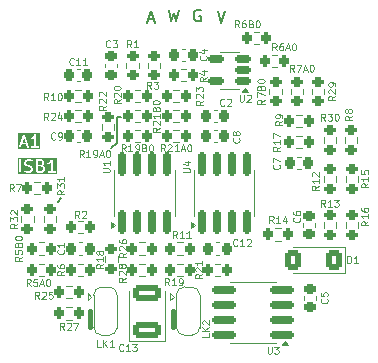
<source format=gbr>
%TF.GenerationSoftware,KiCad,Pcbnew,8.0.4*%
%TF.CreationDate,2024-09-03T19:15:54+05:30*%
%TF.ProjectId,OGS_B4_ISB1,4f47535f-4234-45f4-9953-42312e6b6963,rev?*%
%TF.SameCoordinates,Original*%
%TF.FileFunction,Legend,Top*%
%TF.FilePolarity,Positive*%
%FSLAX46Y46*%
G04 Gerber Fmt 4.6, Leading zero omitted, Abs format (unit mm)*
G04 Created by KiCad (PCBNEW 8.0.4) date 2024-09-03 19:15:54*
%MOMM*%
%LPD*%
G01*
G04 APERTURE LIST*
G04 Aperture macros list*
%AMRoundRect*
0 Rectangle with rounded corners*
0 $1 Rounding radius*
0 $2 $3 $4 $5 $6 $7 $8 $9 X,Y pos of 4 corners*
0 Add a 4 corners polygon primitive as box body*
4,1,4,$2,$3,$4,$5,$6,$7,$8,$9,$2,$3,0*
0 Add four circle primitives for the rounded corners*
1,1,$1+$1,$2,$3*
1,1,$1+$1,$4,$5*
1,1,$1+$1,$6,$7*
1,1,$1+$1,$8,$9*
0 Add four rect primitives between the rounded corners*
20,1,$1+$1,$2,$3,$4,$5,0*
20,1,$1+$1,$4,$5,$6,$7,0*
20,1,$1+$1,$6,$7,$8,$9,0*
20,1,$1+$1,$8,$9,$2,$3,0*%
%AMFreePoly0*
4,1,19,0.550000,-0.750000,0.000000,-0.750000,0.000000,-0.744911,-0.071157,-0.744911,-0.207708,-0.704816,-0.327430,-0.627875,-0.420627,-0.520320,-0.479746,-0.390866,-0.500000,-0.250000,-0.500000,0.250000,-0.479746,0.390866,-0.420627,0.520320,-0.327430,0.627875,-0.207708,0.704816,-0.071157,0.744911,0.000000,0.744911,0.000000,0.750000,0.550000,0.750000,0.550000,-0.750000,0.550000,-0.750000,
$1*%
%AMFreePoly1*
4,1,19,0.000000,0.744911,0.071157,0.744911,0.207708,0.704816,0.327430,0.627875,0.420627,0.520320,0.479746,0.390866,0.500000,0.250000,0.500000,-0.250000,0.479746,-0.390866,0.420627,-0.520320,0.327430,-0.627875,0.207708,-0.704816,0.071157,-0.744911,0.000000,-0.744911,0.000000,-0.750000,-0.550000,-0.750000,-0.550000,0.750000,0.000000,0.750000,0.000000,0.744911,0.000000,0.744911,
$1*%
G04 Aperture macros list end*
%ADD10C,0.400000*%
%ADD11C,0.150000*%
%ADD12C,0.120000*%
%ADD13RoundRect,0.225000X-0.225000X-0.250000X0.225000X-0.250000X0.225000X0.250000X-0.225000X0.250000X0*%
%ADD14RoundRect,0.200000X-0.200000X-0.275000X0.200000X-0.275000X0.200000X0.275000X-0.200000X0.275000X0*%
%ADD15RoundRect,0.200000X0.200000X0.275000X-0.200000X0.275000X-0.200000X-0.275000X0.200000X-0.275000X0*%
%ADD16RoundRect,0.200000X-0.275000X0.200000X-0.275000X-0.200000X0.275000X-0.200000X0.275000X0.200000X0*%
%ADD17RoundRect,0.200000X0.275000X-0.200000X0.275000X0.200000X-0.275000X0.200000X-0.275000X-0.200000X0*%
%ADD18RoundRect,0.150000X0.150000X-0.825000X0.150000X0.825000X-0.150000X0.825000X-0.150000X-0.825000X0*%
%ADD19RoundRect,0.225000X-0.250000X0.225000X-0.250000X-0.225000X0.250000X-0.225000X0.250000X0.225000X0*%
%ADD20RoundRect,0.250000X0.925000X-0.412500X0.925000X0.412500X-0.925000X0.412500X-0.925000X-0.412500X0*%
%ADD21FreePoly0,270.000000*%
%ADD22R,1.500000X1.000000*%
%ADD23FreePoly1,270.000000*%
%ADD24RoundRect,0.150000X0.512500X0.150000X-0.512500X0.150000X-0.512500X-0.150000X0.512500X-0.150000X0*%
%ADD25RoundRect,0.250000X0.400000X0.600000X-0.400000X0.600000X-0.400000X-0.600000X0.400000X-0.600000X0*%
%ADD26RoundRect,0.150000X0.825000X0.150000X-0.825000X0.150000X-0.825000X-0.150000X0.825000X-0.150000X0*%
%ADD27C,1.524000*%
%ADD28C,2.750000*%
G04 APERTURE END LIST*
D10*
X-1090000Y-9950000D02*
X-1090000Y-11310000D01*
D11*
X-5780000Y4220000D02*
X-5780000Y5690000D01*
X-6360000Y3850000D02*
X-5780000Y4220000D01*
X-5780000Y6460000D02*
X-5450000Y6460000D01*
X-5780000Y5690000D02*
X-5780000Y6310000D01*
D10*
X-8120000Y-9960000D02*
X-8120000Y-11320000D01*
D11*
X-5780000Y6310000D02*
X-5780000Y6460000D01*
X-10600000Y-390000D02*
X-10850000Y-760000D01*
X1260588Y15482562D02*
X1165350Y15530181D01*
X1165350Y15530181D02*
X1022493Y15530181D01*
X1022493Y15530181D02*
X879636Y15482562D01*
X879636Y15482562D02*
X784398Y15387324D01*
X784398Y15387324D02*
X736779Y15292086D01*
X736779Y15292086D02*
X689160Y15101610D01*
X689160Y15101610D02*
X689160Y14958753D01*
X689160Y14958753D02*
X736779Y14768277D01*
X736779Y14768277D02*
X784398Y14673039D01*
X784398Y14673039D02*
X879636Y14577800D01*
X879636Y14577800D02*
X1022493Y14530181D01*
X1022493Y14530181D02*
X1117731Y14530181D01*
X1117731Y14530181D02*
X1260588Y14577800D01*
X1260588Y14577800D02*
X1308207Y14625420D01*
X1308207Y14625420D02*
X1308207Y14958753D01*
X1308207Y14958753D02*
X1117731Y14958753D01*
G36*
X-12148974Y2210820D02*
G01*
X-12122480Y2184326D01*
X-12088222Y2115810D01*
X-12088222Y2008363D01*
X-12122481Y1939847D01*
X-12152888Y1909439D01*
X-12221403Y1875181D01*
X-12509650Y1875181D01*
X-12509650Y2248991D01*
X-12263487Y2248991D01*
X-12148974Y2210820D01*
G37*
G36*
X-12200506Y2690923D02*
G01*
X-12170099Y2660516D01*
X-12135841Y2592000D01*
X-12135841Y2532172D01*
X-12170099Y2463656D01*
X-12200506Y2433249D01*
X-12269022Y2398991D01*
X-12509650Y2398991D01*
X-12509650Y2725181D01*
X-12269022Y2725181D01*
X-12200506Y2690923D01*
G37*
G36*
X-10876171Y1614070D02*
G01*
X-14199332Y1614070D01*
X-14199332Y2800181D01*
X-14088221Y2800181D01*
X-14088221Y1800181D01*
X-14086780Y1785549D01*
X-14075581Y1758513D01*
X-14054889Y1737821D01*
X-14027853Y1726622D01*
X-13998589Y1726622D01*
X-13971553Y1737821D01*
X-13950861Y1758513D01*
X-13939662Y1785549D01*
X-13938221Y1800181D01*
X-13938221Y2609705D01*
X-13659650Y2609705D01*
X-13659650Y2514467D01*
X-13658209Y2499835D01*
X-13657178Y2497346D01*
X-13656987Y2494658D01*
X-13651732Y2480926D01*
X-13604113Y2385688D01*
X-13600149Y2379389D01*
X-13599391Y2377561D01*
X-13597703Y2375505D01*
X-13596281Y2373245D01*
X-13594783Y2371946D01*
X-13590064Y2366196D01*
X-13542445Y2318577D01*
X-13536696Y2313859D01*
X-13535396Y2312360D01*
X-13533137Y2310939D01*
X-13531080Y2309250D01*
X-13529253Y2308493D01*
X-13522953Y2304528D01*
X-13427715Y2256909D01*
X-13426646Y2256500D01*
X-13426210Y2256177D01*
X-13420074Y2253985D01*
X-13413984Y2251654D01*
X-13413444Y2251616D01*
X-13412364Y2251230D01*
X-13229874Y2205608D01*
X-13152887Y2167114D01*
X-13122480Y2136707D01*
X-13088222Y2068191D01*
X-13088222Y2008363D01*
X-13122481Y1939847D01*
X-13152888Y1909439D01*
X-13221403Y1875181D01*
X-13429623Y1875181D01*
X-13560933Y1918951D01*
X-13575270Y1922211D01*
X-13604460Y1920136D01*
X-13630633Y1907050D01*
X-13649807Y1884943D01*
X-13659061Y1857180D01*
X-13656986Y1827990D01*
X-13643900Y1801817D01*
X-13621793Y1782643D01*
X-13608367Y1776649D01*
X-13465511Y1729030D01*
X-13458256Y1727381D01*
X-13456425Y1726622D01*
X-13453772Y1726361D01*
X-13451174Y1725770D01*
X-13449200Y1725911D01*
X-13441793Y1725181D01*
X-13203698Y1725181D01*
X-13189066Y1726622D01*
X-13186577Y1727654D01*
X-13183889Y1727844D01*
X-13170157Y1733099D01*
X-13074919Y1780718D01*
X-13068620Y1784683D01*
X-13066792Y1785440D01*
X-13064736Y1787128D01*
X-13062476Y1788550D01*
X-13061176Y1790050D01*
X-13055426Y1794768D01*
X-13007808Y1842387D01*
X-13003090Y1848137D01*
X-13001591Y1849436D01*
X-13000170Y1851695D01*
X-12998480Y1853753D01*
X-12997723Y1855583D01*
X-12993759Y1861879D01*
X-12946140Y1957117D01*
X-12940885Y1970848D01*
X-12940694Y1973538D01*
X-12939663Y1976026D01*
X-12938222Y1990658D01*
X-12938222Y2085896D01*
X-12939663Y2100528D01*
X-12940694Y2103017D01*
X-12940885Y2105706D01*
X-12946140Y2119437D01*
X-12993759Y2214675D01*
X-12997724Y2220975D01*
X-12998481Y2222802D01*
X-13000170Y2224859D01*
X-13001591Y2227118D01*
X-13003090Y2228418D01*
X-13007808Y2234167D01*
X-13055427Y2281786D01*
X-13061177Y2286505D01*
X-13062476Y2288003D01*
X-13064736Y2289425D01*
X-13066792Y2291113D01*
X-13068620Y2291871D01*
X-13074919Y2295835D01*
X-13170157Y2343454D01*
X-13171227Y2343864D01*
X-13171662Y2344186D01*
X-13177808Y2346382D01*
X-13183889Y2348709D01*
X-13184429Y2348748D01*
X-13185508Y2349133D01*
X-13367998Y2394756D01*
X-13444985Y2433249D01*
X-13475392Y2463656D01*
X-13509650Y2532172D01*
X-13509650Y2592000D01*
X-13475392Y2660516D01*
X-13444985Y2690923D01*
X-13376469Y2725181D01*
X-13168249Y2725181D01*
X-13036940Y2681411D01*
X-13022603Y2678151D01*
X-12993413Y2680226D01*
X-12967239Y2693312D01*
X-12948065Y2715420D01*
X-12938811Y2743182D01*
X-12940886Y2772372D01*
X-12953973Y2798545D01*
X-12955859Y2800181D01*
X-12659650Y2800181D01*
X-12659650Y1800181D01*
X-12658209Y1785549D01*
X-12647010Y1758513D01*
X-12626318Y1737821D01*
X-12599282Y1726622D01*
X-12584650Y1725181D01*
X-12203698Y1725181D01*
X-12189066Y1726622D01*
X-12186577Y1727654D01*
X-12183889Y1727844D01*
X-12170157Y1733099D01*
X-12074919Y1780718D01*
X-12068620Y1784683D01*
X-12066792Y1785440D01*
X-12064736Y1787128D01*
X-12062476Y1788550D01*
X-12061176Y1790050D01*
X-12055426Y1794768D01*
X-12007808Y1842387D01*
X-12003090Y1848137D01*
X-12001591Y1849436D01*
X-12000170Y1851695D01*
X-11998480Y1853753D01*
X-11997723Y1855583D01*
X-11993759Y1861879D01*
X-11946140Y1957117D01*
X-11940885Y1970848D01*
X-11940694Y1973538D01*
X-11939663Y1976026D01*
X-11938222Y1990658D01*
X-11938222Y2133515D01*
X-11939663Y2148147D01*
X-11940694Y2150636D01*
X-11940885Y2153325D01*
X-11946140Y2167056D01*
X-11993759Y2262294D01*
X-11997724Y2268594D01*
X-11998481Y2270421D01*
X-12000170Y2272478D01*
X-12001591Y2274737D01*
X-12003090Y2276037D01*
X-12007808Y2281786D01*
X-12055427Y2329405D01*
X-12066792Y2338732D01*
X-12069283Y2339764D01*
X-12071318Y2341529D01*
X-12077386Y2344238D01*
X-12055427Y2366196D01*
X-12050709Y2371946D01*
X-12049210Y2373245D01*
X-12047789Y2375505D01*
X-12046100Y2377561D01*
X-12045343Y2379389D01*
X-12041378Y2385688D01*
X-11993759Y2480926D01*
X-11988504Y2494657D01*
X-11988313Y2497347D01*
X-11987282Y2499835D01*
X-11985841Y2514467D01*
X-11985841Y2523848D01*
X-11706680Y2523848D01*
X-11704606Y2494658D01*
X-11691519Y2468483D01*
X-11669411Y2449310D01*
X-11641650Y2440056D01*
X-11612460Y2442130D01*
X-11598728Y2447385D01*
X-11503490Y2495004D01*
X-11497191Y2498969D01*
X-11495363Y2499726D01*
X-11493307Y2501415D01*
X-11491047Y2502836D01*
X-11489748Y2504335D01*
X-11483998Y2509053D01*
X-11421555Y2571496D01*
X-11421555Y1875181D01*
X-11632269Y1875181D01*
X-11646901Y1873740D01*
X-11673937Y1862541D01*
X-11694629Y1841849D01*
X-11705828Y1814813D01*
X-11705828Y1785549D01*
X-11694629Y1758513D01*
X-11673937Y1737821D01*
X-11646901Y1726622D01*
X-11632269Y1725181D01*
X-11060841Y1725181D01*
X-11046209Y1726622D01*
X-11019173Y1737821D01*
X-10998481Y1758513D01*
X-10987282Y1785549D01*
X-10987282Y1814813D01*
X-10998481Y1841849D01*
X-11019173Y1862541D01*
X-11046209Y1873740D01*
X-11060841Y1875181D01*
X-11271555Y1875181D01*
X-11271555Y2800181D01*
X-11271561Y2800234D01*
X-11271555Y2800260D01*
X-11271571Y2800337D01*
X-11272996Y2814813D01*
X-11275838Y2821674D01*
X-11277294Y2828955D01*
X-11281384Y2835062D01*
X-11284195Y2841849D01*
X-11289444Y2847098D01*
X-11293577Y2853270D01*
X-11299694Y2857348D01*
X-11304887Y2862541D01*
X-11311747Y2865383D01*
X-11317926Y2869502D01*
X-11325135Y2870928D01*
X-11331923Y2873740D01*
X-11339350Y2873740D01*
X-11346634Y2875181D01*
X-11353839Y2873740D01*
X-11361187Y2873740D01*
X-11368048Y2870899D01*
X-11375328Y2869442D01*
X-11381434Y2865354D01*
X-11388223Y2862541D01*
X-11393474Y2857291D01*
X-11399643Y2853159D01*
X-11408864Y2841901D01*
X-11408915Y2841849D01*
X-11408925Y2841827D01*
X-11408959Y2841784D01*
X-11500079Y2705104D01*
X-11581458Y2623725D01*
X-11665810Y2581549D01*
X-11678253Y2573717D01*
X-11697426Y2551609D01*
X-11706680Y2523848D01*
X-11985841Y2523848D01*
X-11985841Y2609705D01*
X-11987282Y2624337D01*
X-11988313Y2626826D01*
X-11988504Y2629515D01*
X-11993759Y2643246D01*
X-12041378Y2738484D01*
X-12045343Y2744784D01*
X-12046100Y2746611D01*
X-12047789Y2748668D01*
X-12049210Y2750927D01*
X-12050709Y2752227D01*
X-12055427Y2757976D01*
X-12103046Y2805595D01*
X-12108796Y2810314D01*
X-12110095Y2811812D01*
X-12112355Y2813234D01*
X-12114411Y2814922D01*
X-12116239Y2815680D01*
X-12122538Y2819644D01*
X-12217776Y2867263D01*
X-12231508Y2872518D01*
X-12234196Y2872709D01*
X-12236685Y2873740D01*
X-12251317Y2875181D01*
X-12584650Y2875181D01*
X-12599282Y2873740D01*
X-12626318Y2862541D01*
X-12647010Y2841849D01*
X-12658209Y2814813D01*
X-12659650Y2800181D01*
X-12955859Y2800181D01*
X-12976080Y2817719D01*
X-12989505Y2823713D01*
X-13132362Y2871332D01*
X-13139616Y2872982D01*
X-13141447Y2873740D01*
X-13144102Y2874002D01*
X-13146699Y2874592D01*
X-13148674Y2874452D01*
X-13156079Y2875181D01*
X-13394174Y2875181D01*
X-13408806Y2873740D01*
X-13411295Y2872710D01*
X-13413984Y2872518D01*
X-13427715Y2867263D01*
X-13522953Y2819644D01*
X-13529253Y2815680D01*
X-13531080Y2814922D01*
X-13533137Y2813234D01*
X-13535396Y2811812D01*
X-13536696Y2810314D01*
X-13542445Y2805595D01*
X-13590064Y2757976D01*
X-13594783Y2752227D01*
X-13596281Y2750927D01*
X-13597703Y2748668D01*
X-13599391Y2746611D01*
X-13600149Y2744784D01*
X-13604113Y2738484D01*
X-13651732Y2643246D01*
X-13656987Y2629514D01*
X-13657178Y2626827D01*
X-13658209Y2624337D01*
X-13659650Y2609705D01*
X-13938221Y2609705D01*
X-13938221Y2800181D01*
X-13939662Y2814813D01*
X-13950861Y2841849D01*
X-13971553Y2862541D01*
X-13998589Y2873740D01*
X-14027853Y2873740D01*
X-14054889Y2862541D01*
X-14075581Y2841849D01*
X-14086780Y2814813D01*
X-14088221Y2800181D01*
X-14199332Y2800181D01*
X-14199332Y2986292D01*
X-10876171Y2986292D01*
X-10876171Y1614070D01*
G37*
X2693922Y15380181D02*
X3027255Y14380181D01*
X3027255Y14380181D02*
X3360588Y15380181D01*
X-3210840Y14715896D02*
X-2734650Y14715896D01*
X-3306078Y14430181D02*
X-2972745Y15430181D01*
X-2972745Y15430181D02*
X-2639412Y14430181D01*
X-1458459Y15530181D02*
X-1220364Y14530181D01*
X-1220364Y14530181D02*
X-1029888Y15244467D01*
X-1029888Y15244467D02*
X-839412Y14530181D01*
X-839412Y14530181D02*
X-601316Y15530181D01*
G36*
X-13538707Y4260896D02*
G01*
X-13806783Y4260896D01*
X-13672745Y4663011D01*
X-13538707Y4260896D01*
G37*
G36*
X-12297599Y3714070D02*
G01*
X-14191600Y3714070D01*
X-14191600Y3909561D01*
X-14080489Y3909561D01*
X-14078414Y3880371D01*
X-14065328Y3854198D01*
X-14043221Y3835024D01*
X-14015458Y3825770D01*
X-13986268Y3827845D01*
X-13960095Y3840931D01*
X-13940921Y3863038D01*
X-13934927Y3876464D01*
X-13856783Y4110896D01*
X-13488707Y4110896D01*
X-13410563Y3876464D01*
X-13404569Y3863039D01*
X-13385395Y3840932D01*
X-13359222Y3827845D01*
X-13330032Y3825770D01*
X-13302270Y3835024D01*
X-13280162Y3854198D01*
X-13267076Y3880372D01*
X-13265001Y3909562D01*
X-13268261Y3923898D01*
X-13501577Y4623848D01*
X-13128108Y4623848D01*
X-13126034Y4594658D01*
X-13112947Y4568483D01*
X-13090839Y4549310D01*
X-13063078Y4540056D01*
X-13033888Y4542130D01*
X-13020156Y4547385D01*
X-12924918Y4595004D01*
X-12918619Y4598969D01*
X-12916791Y4599726D01*
X-12914735Y4601415D01*
X-12912475Y4602836D01*
X-12911176Y4604335D01*
X-12905426Y4609053D01*
X-12842983Y4671496D01*
X-12842983Y3975181D01*
X-13053697Y3975181D01*
X-13068329Y3973740D01*
X-13095365Y3962541D01*
X-13116057Y3941849D01*
X-13127256Y3914813D01*
X-13127256Y3885549D01*
X-13116057Y3858513D01*
X-13095365Y3837821D01*
X-13068329Y3826622D01*
X-13053697Y3825181D01*
X-12482269Y3825181D01*
X-12467637Y3826622D01*
X-12440601Y3837821D01*
X-12419909Y3858513D01*
X-12408710Y3885549D01*
X-12408710Y3914813D01*
X-12419909Y3941849D01*
X-12440601Y3962541D01*
X-12467637Y3973740D01*
X-12482269Y3975181D01*
X-12692983Y3975181D01*
X-12692983Y4900181D01*
X-12692989Y4900234D01*
X-12692983Y4900260D01*
X-12692999Y4900337D01*
X-12694424Y4914813D01*
X-12697266Y4921674D01*
X-12698722Y4928955D01*
X-12702812Y4935062D01*
X-12705623Y4941849D01*
X-12710872Y4947098D01*
X-12715005Y4953270D01*
X-12721122Y4957348D01*
X-12726315Y4962541D01*
X-12733175Y4965383D01*
X-12739354Y4969502D01*
X-12746563Y4970928D01*
X-12753351Y4973740D01*
X-12760778Y4973740D01*
X-12768062Y4975181D01*
X-12775267Y4973740D01*
X-12782615Y4973740D01*
X-12789476Y4970899D01*
X-12796756Y4969442D01*
X-12802862Y4965354D01*
X-12809651Y4962541D01*
X-12814902Y4957291D01*
X-12821071Y4953159D01*
X-12830292Y4941901D01*
X-12830343Y4941849D01*
X-12830353Y4941827D01*
X-12830387Y4941784D01*
X-12921507Y4805104D01*
X-13002886Y4723725D01*
X-13087238Y4681549D01*
X-13099681Y4673717D01*
X-13118854Y4651609D01*
X-13128108Y4623848D01*
X-13501577Y4623848D01*
X-13601594Y4923898D01*
X-13607588Y4937324D01*
X-13611100Y4941373D01*
X-13613495Y4946164D01*
X-13620599Y4952326D01*
X-13626762Y4959431D01*
X-13631556Y4961828D01*
X-13635603Y4965338D01*
X-13644525Y4968312D01*
X-13652935Y4972517D01*
X-13658280Y4972897D01*
X-13663365Y4974592D01*
X-13672745Y4973926D01*
X-13682125Y4974592D01*
X-13687211Y4972897D01*
X-13692555Y4972517D01*
X-13700963Y4968313D01*
X-13709888Y4965338D01*
X-13713939Y4961825D01*
X-13718728Y4959430D01*
X-13724887Y4952330D01*
X-13731995Y4946164D01*
X-13734392Y4941371D01*
X-13737902Y4937323D01*
X-13743896Y4923898D01*
X-14077229Y3923898D01*
X-14080489Y3909561D01*
X-14191600Y3909561D01*
X-14191600Y5086292D01*
X-12297599Y5086292D01*
X-12297599Y3714070D01*
G37*
D12*
X4514188Y4640001D02*
X4542760Y4611429D01*
X4542760Y4611429D02*
X4571331Y4525715D01*
X4571331Y4525715D02*
X4571331Y4468572D01*
X4571331Y4468572D02*
X4542760Y4382858D01*
X4542760Y4382858D02*
X4485617Y4325715D01*
X4485617Y4325715D02*
X4428474Y4297144D01*
X4428474Y4297144D02*
X4314188Y4268572D01*
X4314188Y4268572D02*
X4228474Y4268572D01*
X4228474Y4268572D02*
X4114188Y4297144D01*
X4114188Y4297144D02*
X4057045Y4325715D01*
X4057045Y4325715D02*
X3999902Y4382858D01*
X3999902Y4382858D02*
X3971331Y4468572D01*
X3971331Y4468572D02*
X3971331Y4525715D01*
X3971331Y4525715D02*
X3999902Y4611429D01*
X3999902Y4611429D02*
X4028474Y4640001D01*
X4228474Y4982858D02*
X4199902Y4925715D01*
X4199902Y4925715D02*
X4171331Y4897144D01*
X4171331Y4897144D02*
X4114188Y4868572D01*
X4114188Y4868572D02*
X4085617Y4868572D01*
X4085617Y4868572D02*
X4028474Y4897144D01*
X4028474Y4897144D02*
X3999902Y4925715D01*
X3999902Y4925715D02*
X3971331Y4982858D01*
X3971331Y4982858D02*
X3971331Y5097144D01*
X3971331Y5097144D02*
X3999902Y5154286D01*
X3999902Y5154286D02*
X4028474Y5182858D01*
X4028474Y5182858D02*
X4085617Y5211429D01*
X4085617Y5211429D02*
X4114188Y5211429D01*
X4114188Y5211429D02*
X4171331Y5182858D01*
X4171331Y5182858D02*
X4199902Y5154286D01*
X4199902Y5154286D02*
X4228474Y5097144D01*
X4228474Y5097144D02*
X4228474Y4982858D01*
X4228474Y4982858D02*
X4257045Y4925715D01*
X4257045Y4925715D02*
X4285617Y4897144D01*
X4285617Y4897144D02*
X4342760Y4868572D01*
X4342760Y4868572D02*
X4457045Y4868572D01*
X4457045Y4868572D02*
X4514188Y4897144D01*
X4514188Y4897144D02*
X4542760Y4925715D01*
X4542760Y4925715D02*
X4571331Y4982858D01*
X4571331Y4982858D02*
X4571331Y5097144D01*
X4571331Y5097144D02*
X4542760Y5154286D01*
X4542760Y5154286D02*
X4514188Y5182858D01*
X4514188Y5182858D02*
X4457045Y5211429D01*
X4457045Y5211429D02*
X4342760Y5211429D01*
X4342760Y5211429D02*
X4285617Y5182858D01*
X4285617Y5182858D02*
X4257045Y5154286D01*
X4257045Y5154286D02*
X4228474Y5097144D01*
X-11635715Y6188669D02*
X-11835715Y6474383D01*
X-11978572Y6188669D02*
X-11978572Y6788669D01*
X-11978572Y6788669D02*
X-11750001Y6788669D01*
X-11750001Y6788669D02*
X-11692858Y6760098D01*
X-11692858Y6760098D02*
X-11664287Y6731526D01*
X-11664287Y6731526D02*
X-11635715Y6674383D01*
X-11635715Y6674383D02*
X-11635715Y6588669D01*
X-11635715Y6588669D02*
X-11664287Y6531526D01*
X-11664287Y6531526D02*
X-11692858Y6502955D01*
X-11692858Y6502955D02*
X-11750001Y6474383D01*
X-11750001Y6474383D02*
X-11978572Y6474383D01*
X-11407144Y6731526D02*
X-11378572Y6760098D01*
X-11378572Y6760098D02*
X-11321429Y6788669D01*
X-11321429Y6788669D02*
X-11178572Y6788669D01*
X-11178572Y6788669D02*
X-11121429Y6760098D01*
X-11121429Y6760098D02*
X-11092858Y6731526D01*
X-11092858Y6731526D02*
X-11064287Y6674383D01*
X-11064287Y6674383D02*
X-11064287Y6617240D01*
X-11064287Y6617240D02*
X-11092858Y6531526D01*
X-11092858Y6531526D02*
X-11435715Y6188669D01*
X-11435715Y6188669D02*
X-11064287Y6188669D01*
X-10550000Y6588669D02*
X-10550000Y6188669D01*
X-10692858Y6817240D02*
X-10835715Y6388669D01*
X-10835715Y6388669D02*
X-10464286Y6388669D01*
X7971331Y3914286D02*
X7685617Y3714286D01*
X7971331Y3571429D02*
X7371331Y3571429D01*
X7371331Y3571429D02*
X7371331Y3800000D01*
X7371331Y3800000D02*
X7399902Y3857143D01*
X7399902Y3857143D02*
X7428474Y3885714D01*
X7428474Y3885714D02*
X7485617Y3914286D01*
X7485617Y3914286D02*
X7571331Y3914286D01*
X7571331Y3914286D02*
X7628474Y3885714D01*
X7628474Y3885714D02*
X7657045Y3857143D01*
X7657045Y3857143D02*
X7685617Y3800000D01*
X7685617Y3800000D02*
X7685617Y3571429D01*
X7971331Y4485714D02*
X7971331Y4142857D01*
X7971331Y4314286D02*
X7371331Y4314286D01*
X7371331Y4314286D02*
X7457045Y4257143D01*
X7457045Y4257143D02*
X7514188Y4200000D01*
X7514188Y4200000D02*
X7542760Y4142857D01*
X7371331Y4685715D02*
X7371331Y5085715D01*
X7371331Y5085715D02*
X7971331Y4828572D01*
X7914188Y2400001D02*
X7942760Y2371429D01*
X7942760Y2371429D02*
X7971331Y2285715D01*
X7971331Y2285715D02*
X7971331Y2228572D01*
X7971331Y2228572D02*
X7942760Y2142858D01*
X7942760Y2142858D02*
X7885617Y2085715D01*
X7885617Y2085715D02*
X7828474Y2057144D01*
X7828474Y2057144D02*
X7714188Y2028572D01*
X7714188Y2028572D02*
X7628474Y2028572D01*
X7628474Y2028572D02*
X7514188Y2057144D01*
X7514188Y2057144D02*
X7457045Y2085715D01*
X7457045Y2085715D02*
X7399902Y2142858D01*
X7399902Y2142858D02*
X7371331Y2228572D01*
X7371331Y2228572D02*
X7371331Y2285715D01*
X7371331Y2285715D02*
X7399902Y2371429D01*
X7399902Y2371429D02*
X7428474Y2400001D01*
X7371331Y2600001D02*
X7371331Y3000001D01*
X7371331Y3000001D02*
X7971331Y2742858D01*
X-11645715Y7858669D02*
X-11845715Y8144383D01*
X-11988572Y7858669D02*
X-11988572Y8458669D01*
X-11988572Y8458669D02*
X-11760001Y8458669D01*
X-11760001Y8458669D02*
X-11702858Y8430098D01*
X-11702858Y8430098D02*
X-11674287Y8401526D01*
X-11674287Y8401526D02*
X-11645715Y8344383D01*
X-11645715Y8344383D02*
X-11645715Y8258669D01*
X-11645715Y8258669D02*
X-11674287Y8201526D01*
X-11674287Y8201526D02*
X-11702858Y8172955D01*
X-11702858Y8172955D02*
X-11760001Y8144383D01*
X-11760001Y8144383D02*
X-11988572Y8144383D01*
X-11074287Y7858669D02*
X-11417144Y7858669D01*
X-11245715Y7858669D02*
X-11245715Y8458669D01*
X-11245715Y8458669D02*
X-11302858Y8372955D01*
X-11302858Y8372955D02*
X-11360001Y8315812D01*
X-11360001Y8315812D02*
X-11417144Y8287240D01*
X-10702858Y8458669D02*
X-10645715Y8458669D01*
X-10645715Y8458669D02*
X-10588572Y8430098D01*
X-10588572Y8430098D02*
X-10560000Y8401526D01*
X-10560000Y8401526D02*
X-10531429Y8344383D01*
X-10531429Y8344383D02*
X-10502858Y8230098D01*
X-10502858Y8230098D02*
X-10502858Y8087240D01*
X-10502858Y8087240D02*
X-10531429Y7972955D01*
X-10531429Y7972955D02*
X-10560000Y7915812D01*
X-10560000Y7915812D02*
X-10588572Y7887240D01*
X-10588572Y7887240D02*
X-10645715Y7858669D01*
X-10645715Y7858669D02*
X-10702858Y7858669D01*
X-10702858Y7858669D02*
X-10760000Y7887240D01*
X-10760000Y7887240D02*
X-10788572Y7915812D01*
X-10788572Y7915812D02*
X-10817143Y7972955D01*
X-10817143Y7972955D02*
X-10845715Y8087240D01*
X-10845715Y8087240D02*
X-10845715Y8230098D01*
X-10845715Y8230098D02*
X-10817143Y8344383D01*
X-10817143Y8344383D02*
X-10788572Y8401526D01*
X-10788572Y8401526D02*
X-10760000Y8430098D01*
X-10760000Y8430098D02*
X-10702858Y8458669D01*
X-10325812Y-4799999D02*
X-10297240Y-4828571D01*
X-10297240Y-4828571D02*
X-10268669Y-4914285D01*
X-10268669Y-4914285D02*
X-10268669Y-4971428D01*
X-10268669Y-4971428D02*
X-10297240Y-5057142D01*
X-10297240Y-5057142D02*
X-10354383Y-5114285D01*
X-10354383Y-5114285D02*
X-10411526Y-5142856D01*
X-10411526Y-5142856D02*
X-10525812Y-5171428D01*
X-10525812Y-5171428D02*
X-10611526Y-5171428D01*
X-10611526Y-5171428D02*
X-10725812Y-5142856D01*
X-10725812Y-5142856D02*
X-10782955Y-5114285D01*
X-10782955Y-5114285D02*
X-10840098Y-5057142D01*
X-10840098Y-5057142D02*
X-10868669Y-4971428D01*
X-10868669Y-4971428D02*
X-10868669Y-4914285D01*
X-10868669Y-4914285D02*
X-10840098Y-4828571D01*
X-10840098Y-4828571D02*
X-10811526Y-4799999D01*
X-10268669Y-4228571D02*
X-10268669Y-4571428D01*
X-10268669Y-4399999D02*
X-10868669Y-4399999D01*
X-10868669Y-4399999D02*
X-10782955Y-4457142D01*
X-10782955Y-4457142D02*
X-10725812Y-4514285D01*
X-10725812Y-4514285D02*
X-10697240Y-4571428D01*
X-9485715Y10885812D02*
X-9514287Y10857240D01*
X-9514287Y10857240D02*
X-9600001Y10828669D01*
X-9600001Y10828669D02*
X-9657144Y10828669D01*
X-9657144Y10828669D02*
X-9742858Y10857240D01*
X-9742858Y10857240D02*
X-9800001Y10914383D01*
X-9800001Y10914383D02*
X-9828572Y10971526D01*
X-9828572Y10971526D02*
X-9857144Y11085812D01*
X-9857144Y11085812D02*
X-9857144Y11171526D01*
X-9857144Y11171526D02*
X-9828572Y11285812D01*
X-9828572Y11285812D02*
X-9800001Y11342955D01*
X-9800001Y11342955D02*
X-9742858Y11400098D01*
X-9742858Y11400098D02*
X-9657144Y11428669D01*
X-9657144Y11428669D02*
X-9600001Y11428669D01*
X-9600001Y11428669D02*
X-9514287Y11400098D01*
X-9514287Y11400098D02*
X-9485715Y11371526D01*
X-8914287Y10828669D02*
X-9257144Y10828669D01*
X-9085715Y10828669D02*
X-9085715Y11428669D01*
X-9085715Y11428669D02*
X-9142858Y11342955D01*
X-9142858Y11342955D02*
X-9200001Y11285812D01*
X-9200001Y11285812D02*
X-9257144Y11257240D01*
X-8342858Y10828669D02*
X-8685715Y10828669D01*
X-8514286Y10828669D02*
X-8514286Y11428669D01*
X-8514286Y11428669D02*
X-8571429Y11342955D01*
X-8571429Y11342955D02*
X-8628572Y11285812D01*
X-8628572Y11285812D02*
X-8685715Y11257240D01*
X-6978669Y-6015714D02*
X-7264383Y-6215714D01*
X-6978669Y-6358571D02*
X-7578669Y-6358571D01*
X-7578669Y-6358571D02*
X-7578669Y-6130000D01*
X-7578669Y-6130000D02*
X-7550098Y-6072857D01*
X-7550098Y-6072857D02*
X-7521526Y-6044286D01*
X-7521526Y-6044286D02*
X-7464383Y-6015714D01*
X-7464383Y-6015714D02*
X-7378669Y-6015714D01*
X-7378669Y-6015714D02*
X-7321526Y-6044286D01*
X-7321526Y-6044286D02*
X-7292955Y-6072857D01*
X-7292955Y-6072857D02*
X-7264383Y-6130000D01*
X-7264383Y-6130000D02*
X-7264383Y-6358571D01*
X-6978669Y-5444286D02*
X-6978669Y-5787143D01*
X-6978669Y-5615714D02*
X-7578669Y-5615714D01*
X-7578669Y-5615714D02*
X-7492955Y-5672857D01*
X-7492955Y-5672857D02*
X-7435812Y-5730000D01*
X-7435812Y-5730000D02*
X-7407240Y-5787143D01*
X-7321526Y-5101428D02*
X-7350098Y-5158571D01*
X-7350098Y-5158571D02*
X-7378669Y-5187142D01*
X-7378669Y-5187142D02*
X-7435812Y-5215714D01*
X-7435812Y-5215714D02*
X-7464383Y-5215714D01*
X-7464383Y-5215714D02*
X-7521526Y-5187142D01*
X-7521526Y-5187142D02*
X-7550098Y-5158571D01*
X-7550098Y-5158571D02*
X-7578669Y-5101428D01*
X-7578669Y-5101428D02*
X-7578669Y-4987142D01*
X-7578669Y-4987142D02*
X-7550098Y-4930000D01*
X-7550098Y-4930000D02*
X-7521526Y-4901428D01*
X-7521526Y-4901428D02*
X-7464383Y-4872857D01*
X-7464383Y-4872857D02*
X-7435812Y-4872857D01*
X-7435812Y-4872857D02*
X-7378669Y-4901428D01*
X-7378669Y-4901428D02*
X-7350098Y-4930000D01*
X-7350098Y-4930000D02*
X-7321526Y-4987142D01*
X-7321526Y-4987142D02*
X-7321526Y-5101428D01*
X-7321526Y-5101428D02*
X-7292955Y-5158571D01*
X-7292955Y-5158571D02*
X-7264383Y-5187142D01*
X-7264383Y-5187142D02*
X-7207240Y-5215714D01*
X-7207240Y-5215714D02*
X-7092955Y-5215714D01*
X-7092955Y-5215714D02*
X-7035812Y-5187142D01*
X-7035812Y-5187142D02*
X-7007240Y-5158571D01*
X-7007240Y-5158571D02*
X-6978669Y-5101428D01*
X-6978669Y-5101428D02*
X-6978669Y-4987142D01*
X-6978669Y-4987142D02*
X-7007240Y-4930000D01*
X-7007240Y-4930000D02*
X-7035812Y-4901428D01*
X-7035812Y-4901428D02*
X-7092955Y-4872857D01*
X-7092955Y-4872857D02*
X-7207240Y-4872857D01*
X-7207240Y-4872857D02*
X-7264383Y-4901428D01*
X-7264383Y-4901428D02*
X-7292955Y-4930000D01*
X-7292955Y-4930000D02*
X-7321526Y-4987142D01*
X-10278669Y234286D02*
X-10564383Y34286D01*
X-10278669Y-108571D02*
X-10878669Y-108571D01*
X-10878669Y-108571D02*
X-10878669Y120000D01*
X-10878669Y120000D02*
X-10850098Y177143D01*
X-10850098Y177143D02*
X-10821526Y205714D01*
X-10821526Y205714D02*
X-10764383Y234286D01*
X-10764383Y234286D02*
X-10678669Y234286D01*
X-10678669Y234286D02*
X-10621526Y205714D01*
X-10621526Y205714D02*
X-10592955Y177143D01*
X-10592955Y177143D02*
X-10564383Y120000D01*
X-10564383Y120000D02*
X-10564383Y-108571D01*
X-10878669Y434286D02*
X-10878669Y805714D01*
X-10878669Y805714D02*
X-10650098Y605714D01*
X-10650098Y605714D02*
X-10650098Y691429D01*
X-10650098Y691429D02*
X-10621526Y748571D01*
X-10621526Y748571D02*
X-10592955Y777143D01*
X-10592955Y777143D02*
X-10535812Y805714D01*
X-10535812Y805714D02*
X-10392955Y805714D01*
X-10392955Y805714D02*
X-10335812Y777143D01*
X-10335812Y777143D02*
X-10307240Y748571D01*
X-10307240Y748571D02*
X-10278669Y691429D01*
X-10278669Y691429D02*
X-10278669Y520000D01*
X-10278669Y520000D02*
X-10307240Y462857D01*
X-10307240Y462857D02*
X-10335812Y434286D01*
X-10278669Y1377143D02*
X-10278669Y1034286D01*
X-10278669Y1205715D02*
X-10878669Y1205715D01*
X-10878669Y1205715D02*
X-10792955Y1148572D01*
X-10792955Y1148572D02*
X-10735812Y1091429D01*
X-10735812Y1091429D02*
X-10707240Y1034286D01*
X-7028669Y1742858D02*
X-6542955Y1742858D01*
X-6542955Y1742858D02*
X-6485812Y1771429D01*
X-6485812Y1771429D02*
X-6457240Y1800000D01*
X-6457240Y1800000D02*
X-6428669Y1857143D01*
X-6428669Y1857143D02*
X-6428669Y1971429D01*
X-6428669Y1971429D02*
X-6457240Y2028572D01*
X-6457240Y2028572D02*
X-6485812Y2057143D01*
X-6485812Y2057143D02*
X-6542955Y2085715D01*
X-6542955Y2085715D02*
X-7028669Y2085715D01*
X-6428669Y2685714D02*
X-6428669Y2342857D01*
X-6428669Y2514286D02*
X-7028669Y2514286D01*
X-7028669Y2514286D02*
X-6942955Y2457143D01*
X-6942955Y2457143D02*
X-6885812Y2400000D01*
X-6885812Y2400000D02*
X-6857240Y2342857D01*
X4374285Y-4424188D02*
X4345713Y-4452760D01*
X4345713Y-4452760D02*
X4259999Y-4481331D01*
X4259999Y-4481331D02*
X4202856Y-4481331D01*
X4202856Y-4481331D02*
X4117142Y-4452760D01*
X4117142Y-4452760D02*
X4059999Y-4395617D01*
X4059999Y-4395617D02*
X4031428Y-4338474D01*
X4031428Y-4338474D02*
X4002856Y-4224188D01*
X4002856Y-4224188D02*
X4002856Y-4138474D01*
X4002856Y-4138474D02*
X4031428Y-4024188D01*
X4031428Y-4024188D02*
X4059999Y-3967045D01*
X4059999Y-3967045D02*
X4117142Y-3909902D01*
X4117142Y-3909902D02*
X4202856Y-3881331D01*
X4202856Y-3881331D02*
X4259999Y-3881331D01*
X4259999Y-3881331D02*
X4345713Y-3909902D01*
X4345713Y-3909902D02*
X4374285Y-3938474D01*
X4945713Y-4481331D02*
X4602856Y-4481331D01*
X4774285Y-4481331D02*
X4774285Y-3881331D01*
X4774285Y-3881331D02*
X4717142Y-3967045D01*
X4717142Y-3967045D02*
X4659999Y-4024188D01*
X4659999Y-4024188D02*
X4602856Y-4052760D01*
X5174285Y-3938474D02*
X5202857Y-3909902D01*
X5202857Y-3909902D02*
X5260000Y-3881331D01*
X5260000Y-3881331D02*
X5402857Y-3881331D01*
X5402857Y-3881331D02*
X5460000Y-3909902D01*
X5460000Y-3909902D02*
X5488571Y-3938474D01*
X5488571Y-3938474D02*
X5517142Y-3995617D01*
X5517142Y-3995617D02*
X5517142Y-4052760D01*
X5517142Y-4052760D02*
X5488571Y-4138474D01*
X5488571Y-4138474D02*
X5145714Y-4481331D01*
X5145714Y-4481331D02*
X5517142Y-4481331D01*
X-13848669Y-5385714D02*
X-14134383Y-5585714D01*
X-13848669Y-5728571D02*
X-14448669Y-5728571D01*
X-14448669Y-5728571D02*
X-14448669Y-5500000D01*
X-14448669Y-5500000D02*
X-14420098Y-5442857D01*
X-14420098Y-5442857D02*
X-14391526Y-5414286D01*
X-14391526Y-5414286D02*
X-14334383Y-5385714D01*
X-14334383Y-5385714D02*
X-14248669Y-5385714D01*
X-14248669Y-5385714D02*
X-14191526Y-5414286D01*
X-14191526Y-5414286D02*
X-14162955Y-5442857D01*
X-14162955Y-5442857D02*
X-14134383Y-5500000D01*
X-14134383Y-5500000D02*
X-14134383Y-5728571D01*
X-14448669Y-4842857D02*
X-14448669Y-5128571D01*
X-14448669Y-5128571D02*
X-14162955Y-5157143D01*
X-14162955Y-5157143D02*
X-14191526Y-5128571D01*
X-14191526Y-5128571D02*
X-14220098Y-5071429D01*
X-14220098Y-5071429D02*
X-14220098Y-4928571D01*
X-14220098Y-4928571D02*
X-14191526Y-4871429D01*
X-14191526Y-4871429D02*
X-14162955Y-4842857D01*
X-14162955Y-4842857D02*
X-14105812Y-4814286D01*
X-14105812Y-4814286D02*
X-13962955Y-4814286D01*
X-13962955Y-4814286D02*
X-13905812Y-4842857D01*
X-13905812Y-4842857D02*
X-13877240Y-4871429D01*
X-13877240Y-4871429D02*
X-13848669Y-4928571D01*
X-13848669Y-4928571D02*
X-13848669Y-5071429D01*
X-13848669Y-5071429D02*
X-13877240Y-5128571D01*
X-13877240Y-5128571D02*
X-13905812Y-5157143D01*
X-14162955Y-4357142D02*
X-14134383Y-4271428D01*
X-14134383Y-4271428D02*
X-14105812Y-4242857D01*
X-14105812Y-4242857D02*
X-14048669Y-4214285D01*
X-14048669Y-4214285D02*
X-13962955Y-4214285D01*
X-13962955Y-4214285D02*
X-13905812Y-4242857D01*
X-13905812Y-4242857D02*
X-13877240Y-4271428D01*
X-13877240Y-4271428D02*
X-13848669Y-4328571D01*
X-13848669Y-4328571D02*
X-13848669Y-4557142D01*
X-13848669Y-4557142D02*
X-14448669Y-4557142D01*
X-14448669Y-4557142D02*
X-14448669Y-4357142D01*
X-14448669Y-4357142D02*
X-14420098Y-4300000D01*
X-14420098Y-4300000D02*
X-14391526Y-4271428D01*
X-14391526Y-4271428D02*
X-14334383Y-4242857D01*
X-14334383Y-4242857D02*
X-14277240Y-4242857D01*
X-14277240Y-4242857D02*
X-14220098Y-4271428D01*
X-14220098Y-4271428D02*
X-14191526Y-4300000D01*
X-14191526Y-4300000D02*
X-14162955Y-4357142D01*
X-14162955Y-4357142D02*
X-14162955Y-4557142D01*
X-14448669Y-3842857D02*
X-14448669Y-3785714D01*
X-14448669Y-3785714D02*
X-14420098Y-3728571D01*
X-14420098Y-3728571D02*
X-14391526Y-3700000D01*
X-14391526Y-3700000D02*
X-14334383Y-3671428D01*
X-14334383Y-3671428D02*
X-14220098Y-3642857D01*
X-14220098Y-3642857D02*
X-14077240Y-3642857D01*
X-14077240Y-3642857D02*
X-13962955Y-3671428D01*
X-13962955Y-3671428D02*
X-13905812Y-3700000D01*
X-13905812Y-3700000D02*
X-13877240Y-3728571D01*
X-13877240Y-3728571D02*
X-13848669Y-3785714D01*
X-13848669Y-3785714D02*
X-13848669Y-3842857D01*
X-13848669Y-3842857D02*
X-13877240Y-3900000D01*
X-13877240Y-3900000D02*
X-13905812Y-3928571D01*
X-13905812Y-3928571D02*
X-13962955Y-3957142D01*
X-13962955Y-3957142D02*
X-14077240Y-3985714D01*
X-14077240Y-3985714D02*
X-14220098Y-3985714D01*
X-14220098Y-3985714D02*
X-14334383Y-3957142D01*
X-14334383Y-3957142D02*
X-14391526Y-3928571D01*
X-14391526Y-3928571D02*
X-14420098Y-3900000D01*
X-14420098Y-3900000D02*
X-14448669Y-3842857D01*
X-14248669Y-2595714D02*
X-14534383Y-2795714D01*
X-14248669Y-2938571D02*
X-14848669Y-2938571D01*
X-14848669Y-2938571D02*
X-14848669Y-2710000D01*
X-14848669Y-2710000D02*
X-14820098Y-2652857D01*
X-14820098Y-2652857D02*
X-14791526Y-2624286D01*
X-14791526Y-2624286D02*
X-14734383Y-2595714D01*
X-14734383Y-2595714D02*
X-14648669Y-2595714D01*
X-14648669Y-2595714D02*
X-14591526Y-2624286D01*
X-14591526Y-2624286D02*
X-14562955Y-2652857D01*
X-14562955Y-2652857D02*
X-14534383Y-2710000D01*
X-14534383Y-2710000D02*
X-14534383Y-2938571D01*
X-14848669Y-2395714D02*
X-14848669Y-2024286D01*
X-14848669Y-2024286D02*
X-14620098Y-2224286D01*
X-14620098Y-2224286D02*
X-14620098Y-2138571D01*
X-14620098Y-2138571D02*
X-14591526Y-2081429D01*
X-14591526Y-2081429D02*
X-14562955Y-2052857D01*
X-14562955Y-2052857D02*
X-14505812Y-2024286D01*
X-14505812Y-2024286D02*
X-14362955Y-2024286D01*
X-14362955Y-2024286D02*
X-14305812Y-2052857D01*
X-14305812Y-2052857D02*
X-14277240Y-2081429D01*
X-14277240Y-2081429D02*
X-14248669Y-2138571D01*
X-14248669Y-2138571D02*
X-14248669Y-2310000D01*
X-14248669Y-2310000D02*
X-14277240Y-2367143D01*
X-14277240Y-2367143D02*
X-14305812Y-2395714D01*
X-14791526Y-1795714D02*
X-14820098Y-1767142D01*
X-14820098Y-1767142D02*
X-14848669Y-1710000D01*
X-14848669Y-1710000D02*
X-14848669Y-1567142D01*
X-14848669Y-1567142D02*
X-14820098Y-1510000D01*
X-14820098Y-1510000D02*
X-14791526Y-1481428D01*
X-14791526Y-1481428D02*
X-14734383Y-1452857D01*
X-14734383Y-1452857D02*
X-14677240Y-1452857D01*
X-14677240Y-1452857D02*
X-14591526Y-1481428D01*
X-14591526Y-1481428D02*
X-14248669Y-1824285D01*
X-14248669Y-1824285D02*
X-14248669Y-1452857D01*
X9187142Y10268669D02*
X8987142Y10554383D01*
X8844285Y10268669D02*
X8844285Y10868669D01*
X8844285Y10868669D02*
X9072856Y10868669D01*
X9072856Y10868669D02*
X9129999Y10840098D01*
X9129999Y10840098D02*
X9158570Y10811526D01*
X9158570Y10811526D02*
X9187142Y10754383D01*
X9187142Y10754383D02*
X9187142Y10668669D01*
X9187142Y10668669D02*
X9158570Y10611526D01*
X9158570Y10611526D02*
X9129999Y10582955D01*
X9129999Y10582955D02*
X9072856Y10554383D01*
X9072856Y10554383D02*
X8844285Y10554383D01*
X9387142Y10868669D02*
X9787142Y10868669D01*
X9787142Y10868669D02*
X9529999Y10268669D01*
X9987142Y10440098D02*
X10272857Y10440098D01*
X9929999Y10268669D02*
X10129999Y10868669D01*
X10129999Y10868669D02*
X10329999Y10268669D01*
X10644285Y10868669D02*
X10701428Y10868669D01*
X10701428Y10868669D02*
X10758571Y10840098D01*
X10758571Y10840098D02*
X10787143Y10811526D01*
X10787143Y10811526D02*
X10815714Y10754383D01*
X10815714Y10754383D02*
X10844285Y10640098D01*
X10844285Y10640098D02*
X10844285Y10497240D01*
X10844285Y10497240D02*
X10815714Y10382955D01*
X10815714Y10382955D02*
X10787143Y10325812D01*
X10787143Y10325812D02*
X10758571Y10297240D01*
X10758571Y10297240D02*
X10701428Y10268669D01*
X10701428Y10268669D02*
X10644285Y10268669D01*
X10644285Y10268669D02*
X10587143Y10297240D01*
X10587143Y10297240D02*
X10558571Y10325812D01*
X10558571Y10325812D02*
X10530000Y10382955D01*
X10530000Y10382955D02*
X10501428Y10497240D01*
X10501428Y10497240D02*
X10501428Y10640098D01*
X10501428Y10640098D02*
X10530000Y10754383D01*
X10530000Y10754383D02*
X10558571Y10811526D01*
X10558571Y10811526D02*
X10587143Y10840098D01*
X10587143Y10840098D02*
X10644285Y10868669D01*
X-6400000Y12385812D02*
X-6428572Y12357240D01*
X-6428572Y12357240D02*
X-6514286Y12328669D01*
X-6514286Y12328669D02*
X-6571429Y12328669D01*
X-6571429Y12328669D02*
X-6657143Y12357240D01*
X-6657143Y12357240D02*
X-6714286Y12414383D01*
X-6714286Y12414383D02*
X-6742857Y12471526D01*
X-6742857Y12471526D02*
X-6771429Y12585812D01*
X-6771429Y12585812D02*
X-6771429Y12671526D01*
X-6771429Y12671526D02*
X-6742857Y12785812D01*
X-6742857Y12785812D02*
X-6714286Y12842955D01*
X-6714286Y12842955D02*
X-6657143Y12900098D01*
X-6657143Y12900098D02*
X-6571429Y12928669D01*
X-6571429Y12928669D02*
X-6514286Y12928669D01*
X-6514286Y12928669D02*
X-6428572Y12900098D01*
X-6428572Y12900098D02*
X-6400000Y12871526D01*
X-6200000Y12928669D02*
X-5828572Y12928669D01*
X-5828572Y12928669D02*
X-6028572Y12700098D01*
X-6028572Y12700098D02*
X-5942857Y12700098D01*
X-5942857Y12700098D02*
X-5885714Y12671526D01*
X-5885714Y12671526D02*
X-5857143Y12642955D01*
X-5857143Y12642955D02*
X-5828572Y12585812D01*
X-5828572Y12585812D02*
X-5828572Y12442955D01*
X-5828572Y12442955D02*
X-5857143Y12385812D01*
X-5857143Y12385812D02*
X-5885714Y12357240D01*
X-5885714Y12357240D02*
X-5942857Y12328669D01*
X-5942857Y12328669D02*
X-6114286Y12328669D01*
X-6114286Y12328669D02*
X-6171429Y12357240D01*
X-6171429Y12357240D02*
X-6200000Y12385812D01*
X-228669Y1742858D02*
X257045Y1742858D01*
X257045Y1742858D02*
X314188Y1771429D01*
X314188Y1771429D02*
X342760Y1800000D01*
X342760Y1800000D02*
X371331Y1857143D01*
X371331Y1857143D02*
X371331Y1971429D01*
X371331Y1971429D02*
X342760Y2028572D01*
X342760Y2028572D02*
X314188Y2057143D01*
X314188Y2057143D02*
X257045Y2085715D01*
X257045Y2085715D02*
X-228669Y2085715D01*
X-28669Y2628571D02*
X371331Y2628571D01*
X-257240Y2485714D02*
X171331Y2342857D01*
X171331Y2342857D02*
X171331Y2714286D01*
X1451331Y7824286D02*
X1165617Y7624286D01*
X1451331Y7481429D02*
X851331Y7481429D01*
X851331Y7481429D02*
X851331Y7710000D01*
X851331Y7710000D02*
X879902Y7767143D01*
X879902Y7767143D02*
X908474Y7795714D01*
X908474Y7795714D02*
X965617Y7824286D01*
X965617Y7824286D02*
X1051331Y7824286D01*
X1051331Y7824286D02*
X1108474Y7795714D01*
X1108474Y7795714D02*
X1137045Y7767143D01*
X1137045Y7767143D02*
X1165617Y7710000D01*
X1165617Y7710000D02*
X1165617Y7481429D01*
X908474Y8052857D02*
X879902Y8081429D01*
X879902Y8081429D02*
X851331Y8138571D01*
X851331Y8138571D02*
X851331Y8281429D01*
X851331Y8281429D02*
X879902Y8338571D01*
X879902Y8338571D02*
X908474Y8367143D01*
X908474Y8367143D02*
X965617Y8395714D01*
X965617Y8395714D02*
X1022760Y8395714D01*
X1022760Y8395714D02*
X1108474Y8367143D01*
X1108474Y8367143D02*
X1451331Y8024286D01*
X1451331Y8024286D02*
X1451331Y8395714D01*
X851331Y8595715D02*
X851331Y8967143D01*
X851331Y8967143D02*
X1079902Y8767143D01*
X1079902Y8767143D02*
X1079902Y8852858D01*
X1079902Y8852858D02*
X1108474Y8910000D01*
X1108474Y8910000D02*
X1137045Y8938572D01*
X1137045Y8938572D02*
X1194188Y8967143D01*
X1194188Y8967143D02*
X1337045Y8967143D01*
X1337045Y8967143D02*
X1394188Y8938572D01*
X1394188Y8938572D02*
X1422760Y8910000D01*
X1422760Y8910000D02*
X1451331Y8852858D01*
X1451331Y8852858D02*
X1451331Y8681429D01*
X1451331Y8681429D02*
X1422760Y8624286D01*
X1422760Y8624286D02*
X1394188Y8595715D01*
X-4600000Y12328669D02*
X-4800000Y12614383D01*
X-4942857Y12328669D02*
X-4942857Y12928669D01*
X-4942857Y12928669D02*
X-4714286Y12928669D01*
X-4714286Y12928669D02*
X-4657143Y12900098D01*
X-4657143Y12900098D02*
X-4628572Y12871526D01*
X-4628572Y12871526D02*
X-4600000Y12814383D01*
X-4600000Y12814383D02*
X-4600000Y12728669D01*
X-4600000Y12728669D02*
X-4628572Y12671526D01*
X-4628572Y12671526D02*
X-4657143Y12642955D01*
X-4657143Y12642955D02*
X-4714286Y12614383D01*
X-4714286Y12614383D02*
X-4942857Y12614383D01*
X-4028572Y12328669D02*
X-4371429Y12328669D01*
X-4200000Y12328669D02*
X-4200000Y12928669D01*
X-4200000Y12928669D02*
X-4257143Y12842955D01*
X-4257143Y12842955D02*
X-4314286Y12785812D01*
X-4314286Y12785812D02*
X-4371429Y12757240D01*
X-735715Y-3821331D02*
X-935715Y-3535617D01*
X-1078572Y-3821331D02*
X-1078572Y-3221331D01*
X-1078572Y-3221331D02*
X-850001Y-3221331D01*
X-850001Y-3221331D02*
X-792858Y-3249902D01*
X-792858Y-3249902D02*
X-764287Y-3278474D01*
X-764287Y-3278474D02*
X-735715Y-3335617D01*
X-735715Y-3335617D02*
X-735715Y-3421331D01*
X-735715Y-3421331D02*
X-764287Y-3478474D01*
X-764287Y-3478474D02*
X-792858Y-3507045D01*
X-792858Y-3507045D02*
X-850001Y-3535617D01*
X-850001Y-3535617D02*
X-1078572Y-3535617D01*
X-164287Y-3821331D02*
X-507144Y-3821331D01*
X-335715Y-3821331D02*
X-335715Y-3221331D01*
X-335715Y-3221331D02*
X-392858Y-3307045D01*
X-392858Y-3307045D02*
X-450001Y-3364188D01*
X-450001Y-3364188D02*
X-507144Y-3392760D01*
X407142Y-3821331D02*
X64285Y-3821331D01*
X235714Y-3821331D02*
X235714Y-3221331D01*
X235714Y-3221331D02*
X178571Y-3307045D01*
X178571Y-3307045D02*
X121428Y-3364188D01*
X121428Y-3364188D02*
X64285Y-3392760D01*
X1714188Y11600001D02*
X1742760Y11571429D01*
X1742760Y11571429D02*
X1771331Y11485715D01*
X1771331Y11485715D02*
X1771331Y11428572D01*
X1771331Y11428572D02*
X1742760Y11342858D01*
X1742760Y11342858D02*
X1685617Y11285715D01*
X1685617Y11285715D02*
X1628474Y11257144D01*
X1628474Y11257144D02*
X1514188Y11228572D01*
X1514188Y11228572D02*
X1428474Y11228572D01*
X1428474Y11228572D02*
X1314188Y11257144D01*
X1314188Y11257144D02*
X1257045Y11285715D01*
X1257045Y11285715D02*
X1199902Y11342858D01*
X1199902Y11342858D02*
X1171331Y11428572D01*
X1171331Y11428572D02*
X1171331Y11485715D01*
X1171331Y11485715D02*
X1199902Y11571429D01*
X1199902Y11571429D02*
X1228474Y11600001D01*
X1371331Y12114286D02*
X1771331Y12114286D01*
X1142760Y11971429D02*
X1571331Y11828572D01*
X1571331Y11828572D02*
X1571331Y12200001D01*
X-5038669Y-5065714D02*
X-5324383Y-5265714D01*
X-5038669Y-5408571D02*
X-5638669Y-5408571D01*
X-5638669Y-5408571D02*
X-5638669Y-5180000D01*
X-5638669Y-5180000D02*
X-5610098Y-5122857D01*
X-5610098Y-5122857D02*
X-5581526Y-5094286D01*
X-5581526Y-5094286D02*
X-5524383Y-5065714D01*
X-5524383Y-5065714D02*
X-5438669Y-5065714D01*
X-5438669Y-5065714D02*
X-5381526Y-5094286D01*
X-5381526Y-5094286D02*
X-5352955Y-5122857D01*
X-5352955Y-5122857D02*
X-5324383Y-5180000D01*
X-5324383Y-5180000D02*
X-5324383Y-5408571D01*
X-5581526Y-4837143D02*
X-5610098Y-4808571D01*
X-5610098Y-4808571D02*
X-5638669Y-4751429D01*
X-5638669Y-4751429D02*
X-5638669Y-4608571D01*
X-5638669Y-4608571D02*
X-5610098Y-4551429D01*
X-5610098Y-4551429D02*
X-5581526Y-4522857D01*
X-5581526Y-4522857D02*
X-5524383Y-4494286D01*
X-5524383Y-4494286D02*
X-5467240Y-4494286D01*
X-5467240Y-4494286D02*
X-5381526Y-4522857D01*
X-5381526Y-4522857D02*
X-5038669Y-4865714D01*
X-5038669Y-4865714D02*
X-5038669Y-4494286D01*
X-5638669Y-3980000D02*
X-5638669Y-4094285D01*
X-5638669Y-4094285D02*
X-5610098Y-4151428D01*
X-5610098Y-4151428D02*
X-5581526Y-4180000D01*
X-5581526Y-4180000D02*
X-5495812Y-4237142D01*
X-5495812Y-4237142D02*
X-5381526Y-4265714D01*
X-5381526Y-4265714D02*
X-5152955Y-4265714D01*
X-5152955Y-4265714D02*
X-5095812Y-4237142D01*
X-5095812Y-4237142D02*
X-5067240Y-4208571D01*
X-5067240Y-4208571D02*
X-5038669Y-4151428D01*
X-5038669Y-4151428D02*
X-5038669Y-4037142D01*
X-5038669Y-4037142D02*
X-5067240Y-3980000D01*
X-5067240Y-3980000D02*
X-5095812Y-3951428D01*
X-5095812Y-3951428D02*
X-5152955Y-3922857D01*
X-5152955Y-3922857D02*
X-5295812Y-3922857D01*
X-5295812Y-3922857D02*
X-5352955Y-3951428D01*
X-5352955Y-3951428D02*
X-5381526Y-3980000D01*
X-5381526Y-3980000D02*
X-5410098Y-4037142D01*
X-5410098Y-4037142D02*
X-5410098Y-4151428D01*
X-5410098Y-4151428D02*
X-5381526Y-4208571D01*
X-5381526Y-4208571D02*
X-5352955Y-4237142D01*
X-5352955Y-4237142D02*
X-5295812Y-4265714D01*
X1771331Y9800001D02*
X1485617Y9600001D01*
X1771331Y9457144D02*
X1171331Y9457144D01*
X1171331Y9457144D02*
X1171331Y9685715D01*
X1171331Y9685715D02*
X1199902Y9742858D01*
X1199902Y9742858D02*
X1228474Y9771429D01*
X1228474Y9771429D02*
X1285617Y9800001D01*
X1285617Y9800001D02*
X1371331Y9800001D01*
X1371331Y9800001D02*
X1428474Y9771429D01*
X1428474Y9771429D02*
X1457045Y9742858D01*
X1457045Y9742858D02*
X1485617Y9685715D01*
X1485617Y9685715D02*
X1485617Y9457144D01*
X1371331Y10314286D02*
X1771331Y10314286D01*
X1142760Y10171429D02*
X1571331Y10028572D01*
X1571331Y10028572D02*
X1571331Y10400001D01*
X9634188Y-2089999D02*
X9662760Y-2118571D01*
X9662760Y-2118571D02*
X9691331Y-2204285D01*
X9691331Y-2204285D02*
X9691331Y-2261428D01*
X9691331Y-2261428D02*
X9662760Y-2347142D01*
X9662760Y-2347142D02*
X9605617Y-2404285D01*
X9605617Y-2404285D02*
X9548474Y-2432856D01*
X9548474Y-2432856D02*
X9434188Y-2461428D01*
X9434188Y-2461428D02*
X9348474Y-2461428D01*
X9348474Y-2461428D02*
X9234188Y-2432856D01*
X9234188Y-2432856D02*
X9177045Y-2404285D01*
X9177045Y-2404285D02*
X9119902Y-2347142D01*
X9119902Y-2347142D02*
X9091331Y-2261428D01*
X9091331Y-2261428D02*
X9091331Y-2204285D01*
X9091331Y-2204285D02*
X9119902Y-2118571D01*
X9119902Y-2118571D02*
X9148474Y-2089999D01*
X9091331Y-1575714D02*
X9091331Y-1689999D01*
X9091331Y-1689999D02*
X9119902Y-1747142D01*
X9119902Y-1747142D02*
X9148474Y-1775714D01*
X9148474Y-1775714D02*
X9234188Y-1832856D01*
X9234188Y-1832856D02*
X9348474Y-1861428D01*
X9348474Y-1861428D02*
X9577045Y-1861428D01*
X9577045Y-1861428D02*
X9634188Y-1832856D01*
X9634188Y-1832856D02*
X9662760Y-1804285D01*
X9662760Y-1804285D02*
X9691331Y-1747142D01*
X9691331Y-1747142D02*
X9691331Y-1632856D01*
X9691331Y-1632856D02*
X9662760Y-1575714D01*
X9662760Y-1575714D02*
X9634188Y-1547142D01*
X9634188Y-1547142D02*
X9577045Y-1518571D01*
X9577045Y-1518571D02*
X9434188Y-1518571D01*
X9434188Y-1518571D02*
X9377045Y-1547142D01*
X9377045Y-1547142D02*
X9348474Y-1575714D01*
X9348474Y-1575714D02*
X9319902Y-1632856D01*
X9319902Y-1632856D02*
X9319902Y-1747142D01*
X9319902Y-1747142D02*
X9348474Y-1804285D01*
X9348474Y-1804285D02*
X9377045Y-1832856D01*
X9377045Y-1832856D02*
X9434188Y-1861428D01*
X-2900000Y8828669D02*
X-3100000Y9114383D01*
X-3242857Y8828669D02*
X-3242857Y9428669D01*
X-3242857Y9428669D02*
X-3014286Y9428669D01*
X-3014286Y9428669D02*
X-2957143Y9400098D01*
X-2957143Y9400098D02*
X-2928572Y9371526D01*
X-2928572Y9371526D02*
X-2900000Y9314383D01*
X-2900000Y9314383D02*
X-2900000Y9228669D01*
X-2900000Y9228669D02*
X-2928572Y9171526D01*
X-2928572Y9171526D02*
X-2957143Y9142955D01*
X-2957143Y9142955D02*
X-3014286Y9114383D01*
X-3014286Y9114383D02*
X-3242857Y9114383D01*
X-2700000Y9428669D02*
X-2328572Y9428669D01*
X-2328572Y9428669D02*
X-2528572Y9200098D01*
X-2528572Y9200098D02*
X-2442857Y9200098D01*
X-2442857Y9200098D02*
X-2385714Y9171526D01*
X-2385714Y9171526D02*
X-2357143Y9142955D01*
X-2357143Y9142955D02*
X-2328572Y9085812D01*
X-2328572Y9085812D02*
X-2328572Y8942955D01*
X-2328572Y8942955D02*
X-2357143Y8885812D01*
X-2357143Y8885812D02*
X-2385714Y8857240D01*
X-2385714Y8857240D02*
X-2442857Y8828669D01*
X-2442857Y8828669D02*
X-2614286Y8828669D01*
X-2614286Y8828669D02*
X-2671429Y8857240D01*
X-2671429Y8857240D02*
X-2700000Y8885812D01*
X-6758669Y7404286D02*
X-7044383Y7204286D01*
X-6758669Y7061429D02*
X-7358669Y7061429D01*
X-7358669Y7061429D02*
X-7358669Y7290000D01*
X-7358669Y7290000D02*
X-7330098Y7347143D01*
X-7330098Y7347143D02*
X-7301526Y7375714D01*
X-7301526Y7375714D02*
X-7244383Y7404286D01*
X-7244383Y7404286D02*
X-7158669Y7404286D01*
X-7158669Y7404286D02*
X-7101526Y7375714D01*
X-7101526Y7375714D02*
X-7072955Y7347143D01*
X-7072955Y7347143D02*
X-7044383Y7290000D01*
X-7044383Y7290000D02*
X-7044383Y7061429D01*
X-7301526Y7632857D02*
X-7330098Y7661429D01*
X-7330098Y7661429D02*
X-7358669Y7718571D01*
X-7358669Y7718571D02*
X-7358669Y7861429D01*
X-7358669Y7861429D02*
X-7330098Y7918571D01*
X-7330098Y7918571D02*
X-7301526Y7947143D01*
X-7301526Y7947143D02*
X-7244383Y7975714D01*
X-7244383Y7975714D02*
X-7187240Y7975714D01*
X-7187240Y7975714D02*
X-7101526Y7947143D01*
X-7101526Y7947143D02*
X-6758669Y7604286D01*
X-6758669Y7604286D02*
X-6758669Y7975714D01*
X-7301526Y8204286D02*
X-7330098Y8232858D01*
X-7330098Y8232858D02*
X-7358669Y8290000D01*
X-7358669Y8290000D02*
X-7358669Y8432858D01*
X-7358669Y8432858D02*
X-7330098Y8490000D01*
X-7330098Y8490000D02*
X-7301526Y8518572D01*
X-7301526Y8518572D02*
X-7244383Y8547143D01*
X-7244383Y8547143D02*
X-7187240Y8547143D01*
X-7187240Y8547143D02*
X-7101526Y8518572D01*
X-7101526Y8518572D02*
X-6758669Y8175715D01*
X-6758669Y8175715D02*
X-6758669Y8547143D01*
X8171331Y6100001D02*
X7885617Y5900001D01*
X8171331Y5757144D02*
X7571331Y5757144D01*
X7571331Y5757144D02*
X7571331Y5985715D01*
X7571331Y5985715D02*
X7599902Y6042858D01*
X7599902Y6042858D02*
X7628474Y6071429D01*
X7628474Y6071429D02*
X7685617Y6100001D01*
X7685617Y6100001D02*
X7771331Y6100001D01*
X7771331Y6100001D02*
X7828474Y6071429D01*
X7828474Y6071429D02*
X7857045Y6042858D01*
X7857045Y6042858D02*
X7885617Y5985715D01*
X7885617Y5985715D02*
X7885617Y5757144D01*
X8171331Y6385715D02*
X8171331Y6500001D01*
X8171331Y6500001D02*
X8142760Y6557144D01*
X8142760Y6557144D02*
X8114188Y6585715D01*
X8114188Y6585715D02*
X8028474Y6642858D01*
X8028474Y6642858D02*
X7914188Y6671429D01*
X7914188Y6671429D02*
X7685617Y6671429D01*
X7685617Y6671429D02*
X7628474Y6642858D01*
X7628474Y6642858D02*
X7599902Y6614286D01*
X7599902Y6614286D02*
X7571331Y6557144D01*
X7571331Y6557144D02*
X7571331Y6442858D01*
X7571331Y6442858D02*
X7599902Y6385715D01*
X7599902Y6385715D02*
X7628474Y6357144D01*
X7628474Y6357144D02*
X7685617Y6328572D01*
X7685617Y6328572D02*
X7828474Y6328572D01*
X7828474Y6328572D02*
X7885617Y6357144D01*
X7885617Y6357144D02*
X7914188Y6385715D01*
X7914188Y6385715D02*
X7942760Y6442858D01*
X7942760Y6442858D02*
X7942760Y6557144D01*
X7942760Y6557144D02*
X7914188Y6614286D01*
X7914188Y6614286D02*
X7885617Y6642858D01*
X7885617Y6642858D02*
X7828474Y6671429D01*
X-5285715Y-13314188D02*
X-5314287Y-13342760D01*
X-5314287Y-13342760D02*
X-5400001Y-13371331D01*
X-5400001Y-13371331D02*
X-5457144Y-13371331D01*
X-5457144Y-13371331D02*
X-5542858Y-13342760D01*
X-5542858Y-13342760D02*
X-5600001Y-13285617D01*
X-5600001Y-13285617D02*
X-5628572Y-13228474D01*
X-5628572Y-13228474D02*
X-5657144Y-13114188D01*
X-5657144Y-13114188D02*
X-5657144Y-13028474D01*
X-5657144Y-13028474D02*
X-5628572Y-12914188D01*
X-5628572Y-12914188D02*
X-5600001Y-12857045D01*
X-5600001Y-12857045D02*
X-5542858Y-12799902D01*
X-5542858Y-12799902D02*
X-5457144Y-12771331D01*
X-5457144Y-12771331D02*
X-5400001Y-12771331D01*
X-5400001Y-12771331D02*
X-5314287Y-12799902D01*
X-5314287Y-12799902D02*
X-5285715Y-12828474D01*
X-4714287Y-13371331D02*
X-5057144Y-13371331D01*
X-4885715Y-13371331D02*
X-4885715Y-12771331D01*
X-4885715Y-12771331D02*
X-4942858Y-12857045D01*
X-4942858Y-12857045D02*
X-5000001Y-12914188D01*
X-5000001Y-12914188D02*
X-5057144Y-12942760D01*
X-4514286Y-12771331D02*
X-4142858Y-12771331D01*
X-4142858Y-12771331D02*
X-4342858Y-12999902D01*
X-4342858Y-12999902D02*
X-4257143Y-12999902D01*
X-4257143Y-12999902D02*
X-4200000Y-13028474D01*
X-4200000Y-13028474D02*
X-4171429Y-13057045D01*
X-4171429Y-13057045D02*
X-4142858Y-13114188D01*
X-4142858Y-13114188D02*
X-4142858Y-13257045D01*
X-4142858Y-13257045D02*
X-4171429Y-13314188D01*
X-4171429Y-13314188D02*
X-4200000Y-13342760D01*
X-4200000Y-13342760D02*
X-4257143Y-13371331D01*
X-4257143Y-13371331D02*
X-4428572Y-13371331D01*
X-4428572Y-13371331D02*
X-4485715Y-13342760D01*
X-4485715Y-13342760D02*
X-4514286Y-13314188D01*
X-13132858Y-7871331D02*
X-13332858Y-7585617D01*
X-13475715Y-7871331D02*
X-13475715Y-7271331D01*
X-13475715Y-7271331D02*
X-13247144Y-7271331D01*
X-13247144Y-7271331D02*
X-13190001Y-7299902D01*
X-13190001Y-7299902D02*
X-13161430Y-7328474D01*
X-13161430Y-7328474D02*
X-13132858Y-7385617D01*
X-13132858Y-7385617D02*
X-13132858Y-7471331D01*
X-13132858Y-7471331D02*
X-13161430Y-7528474D01*
X-13161430Y-7528474D02*
X-13190001Y-7557045D01*
X-13190001Y-7557045D02*
X-13247144Y-7585617D01*
X-13247144Y-7585617D02*
X-13475715Y-7585617D01*
X-12590001Y-7271331D02*
X-12875715Y-7271331D01*
X-12875715Y-7271331D02*
X-12904287Y-7557045D01*
X-12904287Y-7557045D02*
X-12875715Y-7528474D01*
X-12875715Y-7528474D02*
X-12818572Y-7499902D01*
X-12818572Y-7499902D02*
X-12675715Y-7499902D01*
X-12675715Y-7499902D02*
X-12618572Y-7528474D01*
X-12618572Y-7528474D02*
X-12590001Y-7557045D01*
X-12590001Y-7557045D02*
X-12561430Y-7614188D01*
X-12561430Y-7614188D02*
X-12561430Y-7757045D01*
X-12561430Y-7757045D02*
X-12590001Y-7814188D01*
X-12590001Y-7814188D02*
X-12618572Y-7842760D01*
X-12618572Y-7842760D02*
X-12675715Y-7871331D01*
X-12675715Y-7871331D02*
X-12818572Y-7871331D01*
X-12818572Y-7871331D02*
X-12875715Y-7842760D01*
X-12875715Y-7842760D02*
X-12904287Y-7814188D01*
X-12332858Y-7699902D02*
X-12047143Y-7699902D01*
X-12390001Y-7871331D02*
X-12190001Y-7271331D01*
X-12190001Y-7271331D02*
X-11990001Y-7871331D01*
X-11675715Y-7271331D02*
X-11618572Y-7271331D01*
X-11618572Y-7271331D02*
X-11561429Y-7299902D01*
X-11561429Y-7299902D02*
X-11532857Y-7328474D01*
X-11532857Y-7328474D02*
X-11504286Y-7385617D01*
X-11504286Y-7385617D02*
X-11475715Y-7499902D01*
X-11475715Y-7499902D02*
X-11475715Y-7642760D01*
X-11475715Y-7642760D02*
X-11504286Y-7757045D01*
X-11504286Y-7757045D02*
X-11532857Y-7814188D01*
X-11532857Y-7814188D02*
X-11561429Y-7842760D01*
X-11561429Y-7842760D02*
X-11618572Y-7871331D01*
X-11618572Y-7871331D02*
X-11675715Y-7871331D01*
X-11675715Y-7871331D02*
X-11732857Y-7842760D01*
X-11732857Y-7842760D02*
X-11761429Y-7814188D01*
X-11761429Y-7814188D02*
X-11790000Y-7757045D01*
X-11790000Y-7757045D02*
X-11818572Y-7642760D01*
X-11818572Y-7642760D02*
X-11818572Y-7499902D01*
X-11818572Y-7499902D02*
X-11790000Y-7385617D01*
X-11790000Y-7385617D02*
X-11761429Y-7328474D01*
X-11761429Y-7328474D02*
X-11732857Y-7299902D01*
X-11732857Y-7299902D02*
X-11675715Y-7271331D01*
X-12415715Y-8941331D02*
X-12615715Y-8655617D01*
X-12758572Y-8941331D02*
X-12758572Y-8341331D01*
X-12758572Y-8341331D02*
X-12530001Y-8341331D01*
X-12530001Y-8341331D02*
X-12472858Y-8369902D01*
X-12472858Y-8369902D02*
X-12444287Y-8398474D01*
X-12444287Y-8398474D02*
X-12415715Y-8455617D01*
X-12415715Y-8455617D02*
X-12415715Y-8541331D01*
X-12415715Y-8541331D02*
X-12444287Y-8598474D01*
X-12444287Y-8598474D02*
X-12472858Y-8627045D01*
X-12472858Y-8627045D02*
X-12530001Y-8655617D01*
X-12530001Y-8655617D02*
X-12758572Y-8655617D01*
X-12187144Y-8398474D02*
X-12158572Y-8369902D01*
X-12158572Y-8369902D02*
X-12101429Y-8341331D01*
X-12101429Y-8341331D02*
X-11958572Y-8341331D01*
X-11958572Y-8341331D02*
X-11901429Y-8369902D01*
X-11901429Y-8369902D02*
X-11872858Y-8398474D01*
X-11872858Y-8398474D02*
X-11844287Y-8455617D01*
X-11844287Y-8455617D02*
X-11844287Y-8512760D01*
X-11844287Y-8512760D02*
X-11872858Y-8598474D01*
X-11872858Y-8598474D02*
X-12215715Y-8941331D01*
X-12215715Y-8941331D02*
X-11844287Y-8941331D01*
X-11301429Y-8341331D02*
X-11587143Y-8341331D01*
X-11587143Y-8341331D02*
X-11615715Y-8627045D01*
X-11615715Y-8627045D02*
X-11587143Y-8598474D01*
X-11587143Y-8598474D02*
X-11530000Y-8569902D01*
X-11530000Y-8569902D02*
X-11387143Y-8569902D01*
X-11387143Y-8569902D02*
X-11330000Y-8598474D01*
X-11330000Y-8598474D02*
X-11301429Y-8627045D01*
X-11301429Y-8627045D02*
X-11272858Y-8684188D01*
X-11272858Y-8684188D02*
X-11272858Y-8827045D01*
X-11272858Y-8827045D02*
X-11301429Y-8884188D01*
X-11301429Y-8884188D02*
X-11330000Y-8912760D01*
X-11330000Y-8912760D02*
X-11387143Y-8941331D01*
X-11387143Y-8941331D02*
X-11530000Y-8941331D01*
X-11530000Y-8941331D02*
X-11587143Y-8912760D01*
X-11587143Y-8912760D02*
X-11615715Y-8884188D01*
X-14560000Y148669D02*
X-14760000Y434383D01*
X-14902857Y148669D02*
X-14902857Y748669D01*
X-14902857Y748669D02*
X-14674286Y748669D01*
X-14674286Y748669D02*
X-14617143Y720098D01*
X-14617143Y720098D02*
X-14588572Y691526D01*
X-14588572Y691526D02*
X-14560000Y634383D01*
X-14560000Y634383D02*
X-14560000Y548669D01*
X-14560000Y548669D02*
X-14588572Y491526D01*
X-14588572Y491526D02*
X-14617143Y462955D01*
X-14617143Y462955D02*
X-14674286Y434383D01*
X-14674286Y434383D02*
X-14902857Y434383D01*
X-14360000Y748669D02*
X-13960000Y748669D01*
X-13960000Y748669D02*
X-14217143Y148669D01*
X-10268669Y-6599999D02*
X-10554383Y-6799999D01*
X-10268669Y-6942856D02*
X-10868669Y-6942856D01*
X-10868669Y-6942856D02*
X-10868669Y-6714285D01*
X-10868669Y-6714285D02*
X-10840098Y-6657142D01*
X-10840098Y-6657142D02*
X-10811526Y-6628571D01*
X-10811526Y-6628571D02*
X-10754383Y-6599999D01*
X-10754383Y-6599999D02*
X-10668669Y-6599999D01*
X-10668669Y-6599999D02*
X-10611526Y-6628571D01*
X-10611526Y-6628571D02*
X-10582955Y-6657142D01*
X-10582955Y-6657142D02*
X-10554383Y-6714285D01*
X-10554383Y-6714285D02*
X-10554383Y-6942856D01*
X-10868669Y-6085714D02*
X-10868669Y-6199999D01*
X-10868669Y-6199999D02*
X-10840098Y-6257142D01*
X-10840098Y-6257142D02*
X-10811526Y-6285714D01*
X-10811526Y-6285714D02*
X-10725812Y-6342856D01*
X-10725812Y-6342856D02*
X-10611526Y-6371428D01*
X-10611526Y-6371428D02*
X-10382955Y-6371428D01*
X-10382955Y-6371428D02*
X-10325812Y-6342856D01*
X-10325812Y-6342856D02*
X-10297240Y-6314285D01*
X-10297240Y-6314285D02*
X-10268669Y-6257142D01*
X-10268669Y-6257142D02*
X-10268669Y-6142856D01*
X-10268669Y-6142856D02*
X-10297240Y-6085714D01*
X-10297240Y-6085714D02*
X-10325812Y-6057142D01*
X-10325812Y-6057142D02*
X-10382955Y-6028571D01*
X-10382955Y-6028571D02*
X-10525812Y-6028571D01*
X-10525812Y-6028571D02*
X-10582955Y-6057142D01*
X-10582955Y-6057142D02*
X-10611526Y-6085714D01*
X-10611526Y-6085714D02*
X-10640098Y-6142856D01*
X-10640098Y-6142856D02*
X-10640098Y-6257142D01*
X-10640098Y-6257142D02*
X-10611526Y-6314285D01*
X-10611526Y-6314285D02*
X-10582955Y-6342856D01*
X-10582955Y-6342856D02*
X-10525812Y-6371428D01*
X-5081429Y3518669D02*
X-5281429Y3804383D01*
X-5424286Y3518669D02*
X-5424286Y4118669D01*
X-5424286Y4118669D02*
X-5195715Y4118669D01*
X-5195715Y4118669D02*
X-5138572Y4090098D01*
X-5138572Y4090098D02*
X-5110001Y4061526D01*
X-5110001Y4061526D02*
X-5081429Y4004383D01*
X-5081429Y4004383D02*
X-5081429Y3918669D01*
X-5081429Y3918669D02*
X-5110001Y3861526D01*
X-5110001Y3861526D02*
X-5138572Y3832955D01*
X-5138572Y3832955D02*
X-5195715Y3804383D01*
X-5195715Y3804383D02*
X-5424286Y3804383D01*
X-4510001Y3518669D02*
X-4852858Y3518669D01*
X-4681429Y3518669D02*
X-4681429Y4118669D01*
X-4681429Y4118669D02*
X-4738572Y4032955D01*
X-4738572Y4032955D02*
X-4795715Y3975812D01*
X-4795715Y3975812D02*
X-4852858Y3947240D01*
X-4224286Y3518669D02*
X-4110000Y3518669D01*
X-4110000Y3518669D02*
X-4052857Y3547240D01*
X-4052857Y3547240D02*
X-4024286Y3575812D01*
X-4024286Y3575812D02*
X-3967143Y3661526D01*
X-3967143Y3661526D02*
X-3938572Y3775812D01*
X-3938572Y3775812D02*
X-3938572Y4004383D01*
X-3938572Y4004383D02*
X-3967143Y4061526D01*
X-3967143Y4061526D02*
X-3995714Y4090098D01*
X-3995714Y4090098D02*
X-4052857Y4118669D01*
X-4052857Y4118669D02*
X-4167143Y4118669D01*
X-4167143Y4118669D02*
X-4224286Y4090098D01*
X-4224286Y4090098D02*
X-4252857Y4061526D01*
X-4252857Y4061526D02*
X-4281429Y4004383D01*
X-4281429Y4004383D02*
X-4281429Y3861526D01*
X-4281429Y3861526D02*
X-4252857Y3804383D01*
X-4252857Y3804383D02*
X-4224286Y3775812D01*
X-4224286Y3775812D02*
X-4167143Y3747240D01*
X-4167143Y3747240D02*
X-4052857Y3747240D01*
X-4052857Y3747240D02*
X-3995714Y3775812D01*
X-3995714Y3775812D02*
X-3967143Y3804383D01*
X-3967143Y3804383D02*
X-3938572Y3861526D01*
X-3481428Y3832955D02*
X-3395714Y3804383D01*
X-3395714Y3804383D02*
X-3367143Y3775812D01*
X-3367143Y3775812D02*
X-3338571Y3718669D01*
X-3338571Y3718669D02*
X-3338571Y3632955D01*
X-3338571Y3632955D02*
X-3367143Y3575812D01*
X-3367143Y3575812D02*
X-3395714Y3547240D01*
X-3395714Y3547240D02*
X-3452857Y3518669D01*
X-3452857Y3518669D02*
X-3681428Y3518669D01*
X-3681428Y3518669D02*
X-3681428Y4118669D01*
X-3681428Y4118669D02*
X-3481428Y4118669D01*
X-3481428Y4118669D02*
X-3424285Y4090098D01*
X-3424285Y4090098D02*
X-3395714Y4061526D01*
X-3395714Y4061526D02*
X-3367143Y4004383D01*
X-3367143Y4004383D02*
X-3367143Y3947240D01*
X-3367143Y3947240D02*
X-3395714Y3890098D01*
X-3395714Y3890098D02*
X-3424285Y3861526D01*
X-3424285Y3861526D02*
X-3481428Y3832955D01*
X-3481428Y3832955D02*
X-3681428Y3832955D01*
X-2967143Y4118669D02*
X-2910000Y4118669D01*
X-2910000Y4118669D02*
X-2852857Y4090098D01*
X-2852857Y4090098D02*
X-2824285Y4061526D01*
X-2824285Y4061526D02*
X-2795714Y4004383D01*
X-2795714Y4004383D02*
X-2767143Y3890098D01*
X-2767143Y3890098D02*
X-2767143Y3747240D01*
X-2767143Y3747240D02*
X-2795714Y3632955D01*
X-2795714Y3632955D02*
X-2824285Y3575812D01*
X-2824285Y3575812D02*
X-2852857Y3547240D01*
X-2852857Y3547240D02*
X-2910000Y3518669D01*
X-2910000Y3518669D02*
X-2967143Y3518669D01*
X-2967143Y3518669D02*
X-3024285Y3547240D01*
X-3024285Y3547240D02*
X-3052857Y3575812D01*
X-3052857Y3575812D02*
X-3081428Y3632955D01*
X-3081428Y3632955D02*
X-3110000Y3747240D01*
X-3110000Y3747240D02*
X-3110000Y3890098D01*
X-3110000Y3890098D02*
X-3081428Y4004383D01*
X-3081428Y4004383D02*
X-3052857Y4061526D01*
X-3052857Y4061526D02*
X-3024285Y4090098D01*
X-3024285Y4090098D02*
X-2967143Y4118669D01*
X-7200000Y-13071331D02*
X-7485714Y-13071331D01*
X-7485714Y-13071331D02*
X-7485714Y-12471331D01*
X-7000000Y-13071331D02*
X-7000000Y-12471331D01*
X-6657143Y-13071331D02*
X-6914286Y-12728474D01*
X-6657143Y-12471331D02*
X-7000000Y-12814188D01*
X-6085715Y-13071331D02*
X-6428572Y-13071331D01*
X-6257143Y-13071331D02*
X-6257143Y-12471331D01*
X-6257143Y-12471331D02*
X-6314286Y-12557045D01*
X-6314286Y-12557045D02*
X-6371429Y-12614188D01*
X-6371429Y-12614188D02*
X-6428572Y-12642760D01*
X3260000Y7435812D02*
X3231428Y7407240D01*
X3231428Y7407240D02*
X3145714Y7378669D01*
X3145714Y7378669D02*
X3088571Y7378669D01*
X3088571Y7378669D02*
X3002857Y7407240D01*
X3002857Y7407240D02*
X2945714Y7464383D01*
X2945714Y7464383D02*
X2917143Y7521526D01*
X2917143Y7521526D02*
X2888571Y7635812D01*
X2888571Y7635812D02*
X2888571Y7721526D01*
X2888571Y7721526D02*
X2917143Y7835812D01*
X2917143Y7835812D02*
X2945714Y7892955D01*
X2945714Y7892955D02*
X3002857Y7950098D01*
X3002857Y7950098D02*
X3088571Y7978669D01*
X3088571Y7978669D02*
X3145714Y7978669D01*
X3145714Y7978669D02*
X3231428Y7950098D01*
X3231428Y7950098D02*
X3260000Y7921526D01*
X3488571Y7921526D02*
X3517143Y7950098D01*
X3517143Y7950098D02*
X3574286Y7978669D01*
X3574286Y7978669D02*
X3717143Y7978669D01*
X3717143Y7978669D02*
X3774286Y7950098D01*
X3774286Y7950098D02*
X3802857Y7921526D01*
X3802857Y7921526D02*
X3831428Y7864383D01*
X3831428Y7864383D02*
X3831428Y7807240D01*
X3831428Y7807240D02*
X3802857Y7721526D01*
X3802857Y7721526D02*
X3460000Y7378669D01*
X3460000Y7378669D02*
X3831428Y7378669D01*
X4572857Y8328669D02*
X4572857Y7842955D01*
X4572857Y7842955D02*
X4601428Y7785812D01*
X4601428Y7785812D02*
X4630000Y7757240D01*
X4630000Y7757240D02*
X4687142Y7728669D01*
X4687142Y7728669D02*
X4801428Y7728669D01*
X4801428Y7728669D02*
X4858571Y7757240D01*
X4858571Y7757240D02*
X4887142Y7785812D01*
X4887142Y7785812D02*
X4915714Y7842955D01*
X4915714Y7842955D02*
X4915714Y8328669D01*
X5172856Y8271526D02*
X5201428Y8300098D01*
X5201428Y8300098D02*
X5258571Y8328669D01*
X5258571Y8328669D02*
X5401428Y8328669D01*
X5401428Y8328669D02*
X5458571Y8300098D01*
X5458571Y8300098D02*
X5487142Y8271526D01*
X5487142Y8271526D02*
X5515713Y8214383D01*
X5515713Y8214383D02*
X5515713Y8157240D01*
X5515713Y8157240D02*
X5487142Y8071526D01*
X5487142Y8071526D02*
X5144285Y7728669D01*
X5144285Y7728669D02*
X5515713Y7728669D01*
X-2208669Y5528572D02*
X-2494383Y5328572D01*
X-2208669Y5185715D02*
X-2808669Y5185715D01*
X-2808669Y5185715D02*
X-2808669Y5414286D01*
X-2808669Y5414286D02*
X-2780098Y5471429D01*
X-2780098Y5471429D02*
X-2751526Y5500000D01*
X-2751526Y5500000D02*
X-2694383Y5528572D01*
X-2694383Y5528572D02*
X-2608669Y5528572D01*
X-2608669Y5528572D02*
X-2551526Y5500000D01*
X-2551526Y5500000D02*
X-2522955Y5471429D01*
X-2522955Y5471429D02*
X-2494383Y5414286D01*
X-2494383Y5414286D02*
X-2494383Y5185715D01*
X-2751526Y5757143D02*
X-2780098Y5785715D01*
X-2780098Y5785715D02*
X-2808669Y5842857D01*
X-2808669Y5842857D02*
X-2808669Y5985715D01*
X-2808669Y5985715D02*
X-2780098Y6042857D01*
X-2780098Y6042857D02*
X-2751526Y6071429D01*
X-2751526Y6071429D02*
X-2694383Y6100000D01*
X-2694383Y6100000D02*
X-2637240Y6100000D01*
X-2637240Y6100000D02*
X-2551526Y6071429D01*
X-2551526Y6071429D02*
X-2208669Y5728572D01*
X-2208669Y5728572D02*
X-2208669Y6100000D01*
X-2208669Y6671429D02*
X-2208669Y6328572D01*
X-2208669Y6500001D02*
X-2808669Y6500001D01*
X-2808669Y6500001D02*
X-2722955Y6442858D01*
X-2722955Y6442858D02*
X-2665812Y6385715D01*
X-2665812Y6385715D02*
X-2637240Y6328572D01*
X-2522955Y7128573D02*
X-2494383Y7214287D01*
X-2494383Y7214287D02*
X-2465812Y7242858D01*
X-2465812Y7242858D02*
X-2408669Y7271430D01*
X-2408669Y7271430D02*
X-2322955Y7271430D01*
X-2322955Y7271430D02*
X-2265812Y7242858D01*
X-2265812Y7242858D02*
X-2237240Y7214287D01*
X-2237240Y7214287D02*
X-2208669Y7157144D01*
X-2208669Y7157144D02*
X-2208669Y6928573D01*
X-2208669Y6928573D02*
X-2808669Y6928573D01*
X-2808669Y6928573D02*
X-2808669Y7128573D01*
X-2808669Y7128573D02*
X-2780098Y7185715D01*
X-2780098Y7185715D02*
X-2751526Y7214287D01*
X-2751526Y7214287D02*
X-2694383Y7242858D01*
X-2694383Y7242858D02*
X-2637240Y7242858D01*
X-2637240Y7242858D02*
X-2580098Y7214287D01*
X-2580098Y7214287D02*
X-2551526Y7185715D01*
X-2551526Y7185715D02*
X-2522955Y7128573D01*
X-2522955Y7128573D02*
X-2522955Y6928573D01*
X-2808669Y7642858D02*
X-2808669Y7700001D01*
X-2808669Y7700001D02*
X-2780098Y7757144D01*
X-2780098Y7757144D02*
X-2751526Y7785715D01*
X-2751526Y7785715D02*
X-2694383Y7814287D01*
X-2694383Y7814287D02*
X-2580098Y7842858D01*
X-2580098Y7842858D02*
X-2437240Y7842858D01*
X-2437240Y7842858D02*
X-2322955Y7814287D01*
X-2322955Y7814287D02*
X-2265812Y7785715D01*
X-2265812Y7785715D02*
X-2237240Y7757144D01*
X-2237240Y7757144D02*
X-2208669Y7700001D01*
X-2208669Y7700001D02*
X-2208669Y7642858D01*
X-2208669Y7642858D02*
X-2237240Y7585715D01*
X-2237240Y7585715D02*
X-2265812Y7557144D01*
X-2265812Y7557144D02*
X-2322955Y7528573D01*
X-2322955Y7528573D02*
X-2437240Y7500001D01*
X-2437240Y7500001D02*
X-2580098Y7500001D01*
X-2580098Y7500001D02*
X-2694383Y7528573D01*
X-2694383Y7528573D02*
X-2751526Y7557144D01*
X-2751526Y7557144D02*
X-2780098Y7585715D01*
X-2780098Y7585715D02*
X-2808669Y7642858D01*
X-11050000Y4585812D02*
X-11078572Y4557240D01*
X-11078572Y4557240D02*
X-11164286Y4528669D01*
X-11164286Y4528669D02*
X-11221429Y4528669D01*
X-11221429Y4528669D02*
X-11307143Y4557240D01*
X-11307143Y4557240D02*
X-11364286Y4614383D01*
X-11364286Y4614383D02*
X-11392857Y4671526D01*
X-11392857Y4671526D02*
X-11421429Y4785812D01*
X-11421429Y4785812D02*
X-11421429Y4871526D01*
X-11421429Y4871526D02*
X-11392857Y4985812D01*
X-11392857Y4985812D02*
X-11364286Y5042955D01*
X-11364286Y5042955D02*
X-11307143Y5100098D01*
X-11307143Y5100098D02*
X-11221429Y5128669D01*
X-11221429Y5128669D02*
X-11164286Y5128669D01*
X-11164286Y5128669D02*
X-11078572Y5100098D01*
X-11078572Y5100098D02*
X-11050000Y5071526D01*
X-10764286Y4528669D02*
X-10650000Y4528669D01*
X-10650000Y4528669D02*
X-10592857Y4557240D01*
X-10592857Y4557240D02*
X-10564286Y4585812D01*
X-10564286Y4585812D02*
X-10507143Y4671526D01*
X-10507143Y4671526D02*
X-10478572Y4785812D01*
X-10478572Y4785812D02*
X-10478572Y5014383D01*
X-10478572Y5014383D02*
X-10507143Y5071526D01*
X-10507143Y5071526D02*
X-10535714Y5100098D01*
X-10535714Y5100098D02*
X-10592857Y5128669D01*
X-10592857Y5128669D02*
X-10707143Y5128669D01*
X-10707143Y5128669D02*
X-10764286Y5100098D01*
X-10764286Y5100098D02*
X-10792857Y5071526D01*
X-10792857Y5071526D02*
X-10821429Y5014383D01*
X-10821429Y5014383D02*
X-10821429Y4871526D01*
X-10821429Y4871526D02*
X-10792857Y4814383D01*
X-10792857Y4814383D02*
X-10764286Y4785812D01*
X-10764286Y4785812D02*
X-10707143Y4757240D01*
X-10707143Y4757240D02*
X-10592857Y4757240D01*
X-10592857Y4757240D02*
X-10535714Y4785812D01*
X-10535714Y4785812D02*
X-10507143Y4814383D01*
X-10507143Y4814383D02*
X-10478572Y4871526D01*
X-5508669Y7924286D02*
X-5794383Y7724286D01*
X-5508669Y7581429D02*
X-6108669Y7581429D01*
X-6108669Y7581429D02*
X-6108669Y7810000D01*
X-6108669Y7810000D02*
X-6080098Y7867143D01*
X-6080098Y7867143D02*
X-6051526Y7895714D01*
X-6051526Y7895714D02*
X-5994383Y7924286D01*
X-5994383Y7924286D02*
X-5908669Y7924286D01*
X-5908669Y7924286D02*
X-5851526Y7895714D01*
X-5851526Y7895714D02*
X-5822955Y7867143D01*
X-5822955Y7867143D02*
X-5794383Y7810000D01*
X-5794383Y7810000D02*
X-5794383Y7581429D01*
X-6051526Y8152857D02*
X-6080098Y8181429D01*
X-6080098Y8181429D02*
X-6108669Y8238571D01*
X-6108669Y8238571D02*
X-6108669Y8381429D01*
X-6108669Y8381429D02*
X-6080098Y8438571D01*
X-6080098Y8438571D02*
X-6051526Y8467143D01*
X-6051526Y8467143D02*
X-5994383Y8495714D01*
X-5994383Y8495714D02*
X-5937240Y8495714D01*
X-5937240Y8495714D02*
X-5851526Y8467143D01*
X-5851526Y8467143D02*
X-5508669Y8124286D01*
X-5508669Y8124286D02*
X-5508669Y8495714D01*
X-6108669Y8867143D02*
X-6108669Y8924286D01*
X-6108669Y8924286D02*
X-6080098Y8981429D01*
X-6080098Y8981429D02*
X-6051526Y9010000D01*
X-6051526Y9010000D02*
X-5994383Y9038572D01*
X-5994383Y9038572D02*
X-5880098Y9067143D01*
X-5880098Y9067143D02*
X-5737240Y9067143D01*
X-5737240Y9067143D02*
X-5622955Y9038572D01*
X-5622955Y9038572D02*
X-5565812Y9010000D01*
X-5565812Y9010000D02*
X-5537240Y8981429D01*
X-5537240Y8981429D02*
X-5508669Y8924286D01*
X-5508669Y8924286D02*
X-5508669Y8867143D01*
X-5508669Y8867143D02*
X-5537240Y8810000D01*
X-5537240Y8810000D02*
X-5565812Y8781429D01*
X-5565812Y8781429D02*
X-5622955Y8752858D01*
X-5622955Y8752858D02*
X-5737240Y8724286D01*
X-5737240Y8724286D02*
X-5880098Y8724286D01*
X-5880098Y8724286D02*
X-5994383Y8752858D01*
X-5994383Y8752858D02*
X-6051526Y8781429D01*
X-6051526Y8781429D02*
X-6080098Y8810000D01*
X-6080098Y8810000D02*
X-6108669Y8867143D01*
X12671331Y8214286D02*
X12385617Y8014286D01*
X12671331Y7871429D02*
X12071331Y7871429D01*
X12071331Y7871429D02*
X12071331Y8100000D01*
X12071331Y8100000D02*
X12099902Y8157143D01*
X12099902Y8157143D02*
X12128474Y8185714D01*
X12128474Y8185714D02*
X12185617Y8214286D01*
X12185617Y8214286D02*
X12271331Y8214286D01*
X12271331Y8214286D02*
X12328474Y8185714D01*
X12328474Y8185714D02*
X12357045Y8157143D01*
X12357045Y8157143D02*
X12385617Y8100000D01*
X12385617Y8100000D02*
X12385617Y7871429D01*
X12128474Y8442857D02*
X12099902Y8471429D01*
X12099902Y8471429D02*
X12071331Y8528571D01*
X12071331Y8528571D02*
X12071331Y8671429D01*
X12071331Y8671429D02*
X12099902Y8728571D01*
X12099902Y8728571D02*
X12128474Y8757143D01*
X12128474Y8757143D02*
X12185617Y8785714D01*
X12185617Y8785714D02*
X12242760Y8785714D01*
X12242760Y8785714D02*
X12328474Y8757143D01*
X12328474Y8757143D02*
X12671331Y8414286D01*
X12671331Y8414286D02*
X12671331Y8785714D01*
X12671331Y9071429D02*
X12671331Y9185715D01*
X12671331Y9185715D02*
X12642760Y9242858D01*
X12642760Y9242858D02*
X12614188Y9271429D01*
X12614188Y9271429D02*
X12528474Y9328572D01*
X12528474Y9328572D02*
X12414188Y9357143D01*
X12414188Y9357143D02*
X12185617Y9357143D01*
X12185617Y9357143D02*
X12128474Y9328572D01*
X12128474Y9328572D02*
X12099902Y9300000D01*
X12099902Y9300000D02*
X12071331Y9242858D01*
X12071331Y9242858D02*
X12071331Y9128572D01*
X12071331Y9128572D02*
X12099902Y9071429D01*
X12099902Y9071429D02*
X12128474Y9042858D01*
X12128474Y9042858D02*
X12185617Y9014286D01*
X12185617Y9014286D02*
X12328474Y9014286D01*
X12328474Y9014286D02*
X12385617Y9042858D01*
X12385617Y9042858D02*
X12414188Y9071429D01*
X12414188Y9071429D02*
X12442760Y9128572D01*
X12442760Y9128572D02*
X12442760Y9242858D01*
X12442760Y9242858D02*
X12414188Y9300000D01*
X12414188Y9300000D02*
X12385617Y9328572D01*
X12385617Y9328572D02*
X12328474Y9357143D01*
X11964188Y-8979999D02*
X11992760Y-9008571D01*
X11992760Y-9008571D02*
X12021331Y-9094285D01*
X12021331Y-9094285D02*
X12021331Y-9151428D01*
X12021331Y-9151428D02*
X11992760Y-9237142D01*
X11992760Y-9237142D02*
X11935617Y-9294285D01*
X11935617Y-9294285D02*
X11878474Y-9322856D01*
X11878474Y-9322856D02*
X11764188Y-9351428D01*
X11764188Y-9351428D02*
X11678474Y-9351428D01*
X11678474Y-9351428D02*
X11564188Y-9322856D01*
X11564188Y-9322856D02*
X11507045Y-9294285D01*
X11507045Y-9294285D02*
X11449902Y-9237142D01*
X11449902Y-9237142D02*
X11421331Y-9151428D01*
X11421331Y-9151428D02*
X11421331Y-9094285D01*
X11421331Y-9094285D02*
X11449902Y-9008571D01*
X11449902Y-9008571D02*
X11478474Y-8979999D01*
X11421331Y-8437142D02*
X11421331Y-8722856D01*
X11421331Y-8722856D02*
X11707045Y-8751428D01*
X11707045Y-8751428D02*
X11678474Y-8722856D01*
X11678474Y-8722856D02*
X11649902Y-8665714D01*
X11649902Y-8665714D02*
X11649902Y-8522856D01*
X11649902Y-8522856D02*
X11678474Y-8465714D01*
X11678474Y-8465714D02*
X11707045Y-8437142D01*
X11707045Y-8437142D02*
X11764188Y-8408571D01*
X11764188Y-8408571D02*
X11907045Y-8408571D01*
X11907045Y-8408571D02*
X11964188Y-8437142D01*
X11964188Y-8437142D02*
X11992760Y-8465714D01*
X11992760Y-8465714D02*
X12021331Y-8522856D01*
X12021331Y-8522856D02*
X12021331Y-8665714D01*
X12021331Y-8665714D02*
X11992760Y-8722856D01*
X11992760Y-8722856D02*
X11964188Y-8751428D01*
X11814285Y-1171331D02*
X11614285Y-885617D01*
X11471428Y-1171331D02*
X11471428Y-571331D01*
X11471428Y-571331D02*
X11699999Y-571331D01*
X11699999Y-571331D02*
X11757142Y-599902D01*
X11757142Y-599902D02*
X11785713Y-628474D01*
X11785713Y-628474D02*
X11814285Y-685617D01*
X11814285Y-685617D02*
X11814285Y-771331D01*
X11814285Y-771331D02*
X11785713Y-828474D01*
X11785713Y-828474D02*
X11757142Y-857045D01*
X11757142Y-857045D02*
X11699999Y-885617D01*
X11699999Y-885617D02*
X11471428Y-885617D01*
X12385713Y-1171331D02*
X12042856Y-1171331D01*
X12214285Y-1171331D02*
X12214285Y-571331D01*
X12214285Y-571331D02*
X12157142Y-657045D01*
X12157142Y-657045D02*
X12099999Y-714188D01*
X12099999Y-714188D02*
X12042856Y-742760D01*
X12585714Y-571331D02*
X12957142Y-571331D01*
X12957142Y-571331D02*
X12757142Y-799902D01*
X12757142Y-799902D02*
X12842857Y-799902D01*
X12842857Y-799902D02*
X12900000Y-828474D01*
X12900000Y-828474D02*
X12928571Y-857045D01*
X12928571Y-857045D02*
X12957142Y-914188D01*
X12957142Y-914188D02*
X12957142Y-1057045D01*
X12957142Y-1057045D02*
X12928571Y-1114188D01*
X12928571Y-1114188D02*
X12900000Y-1142760D01*
X12900000Y-1142760D02*
X12842857Y-1171331D01*
X12842857Y-1171331D02*
X12671428Y-1171331D01*
X12671428Y-1171331D02*
X12614285Y-1142760D01*
X12614285Y-1142760D02*
X12585714Y-1114188D01*
X7434285Y-2551331D02*
X7234285Y-2265617D01*
X7091428Y-2551331D02*
X7091428Y-1951331D01*
X7091428Y-1951331D02*
X7319999Y-1951331D01*
X7319999Y-1951331D02*
X7377142Y-1979902D01*
X7377142Y-1979902D02*
X7405713Y-2008474D01*
X7405713Y-2008474D02*
X7434285Y-2065617D01*
X7434285Y-2065617D02*
X7434285Y-2151331D01*
X7434285Y-2151331D02*
X7405713Y-2208474D01*
X7405713Y-2208474D02*
X7377142Y-2237045D01*
X7377142Y-2237045D02*
X7319999Y-2265617D01*
X7319999Y-2265617D02*
X7091428Y-2265617D01*
X8005713Y-2551331D02*
X7662856Y-2551331D01*
X7834285Y-2551331D02*
X7834285Y-1951331D01*
X7834285Y-1951331D02*
X7777142Y-2037045D01*
X7777142Y-2037045D02*
X7719999Y-2094188D01*
X7719999Y-2094188D02*
X7662856Y-2122760D01*
X8520000Y-2151331D02*
X8520000Y-2551331D01*
X8377142Y-1922760D02*
X8234285Y-2351331D01*
X8234285Y-2351331D02*
X8605714Y-2351331D01*
X-5088669Y-7155714D02*
X-5374383Y-7355714D01*
X-5088669Y-7498571D02*
X-5688669Y-7498571D01*
X-5688669Y-7498571D02*
X-5688669Y-7270000D01*
X-5688669Y-7270000D02*
X-5660098Y-7212857D01*
X-5660098Y-7212857D02*
X-5631526Y-7184286D01*
X-5631526Y-7184286D02*
X-5574383Y-7155714D01*
X-5574383Y-7155714D02*
X-5488669Y-7155714D01*
X-5488669Y-7155714D02*
X-5431526Y-7184286D01*
X-5431526Y-7184286D02*
X-5402955Y-7212857D01*
X-5402955Y-7212857D02*
X-5374383Y-7270000D01*
X-5374383Y-7270000D02*
X-5374383Y-7498571D01*
X-5631526Y-6927143D02*
X-5660098Y-6898571D01*
X-5660098Y-6898571D02*
X-5688669Y-6841429D01*
X-5688669Y-6841429D02*
X-5688669Y-6698571D01*
X-5688669Y-6698571D02*
X-5660098Y-6641429D01*
X-5660098Y-6641429D02*
X-5631526Y-6612857D01*
X-5631526Y-6612857D02*
X-5574383Y-6584286D01*
X-5574383Y-6584286D02*
X-5517240Y-6584286D01*
X-5517240Y-6584286D02*
X-5431526Y-6612857D01*
X-5431526Y-6612857D02*
X-5088669Y-6955714D01*
X-5088669Y-6955714D02*
X-5088669Y-6584286D01*
X-5431526Y-6241428D02*
X-5460098Y-6298571D01*
X-5460098Y-6298571D02*
X-5488669Y-6327142D01*
X-5488669Y-6327142D02*
X-5545812Y-6355714D01*
X-5545812Y-6355714D02*
X-5574383Y-6355714D01*
X-5574383Y-6355714D02*
X-5631526Y-6327142D01*
X-5631526Y-6327142D02*
X-5660098Y-6298571D01*
X-5660098Y-6298571D02*
X-5688669Y-6241428D01*
X-5688669Y-6241428D02*
X-5688669Y-6127142D01*
X-5688669Y-6127142D02*
X-5660098Y-6070000D01*
X-5660098Y-6070000D02*
X-5631526Y-6041428D01*
X-5631526Y-6041428D02*
X-5574383Y-6012857D01*
X-5574383Y-6012857D02*
X-5545812Y-6012857D01*
X-5545812Y-6012857D02*
X-5488669Y-6041428D01*
X-5488669Y-6041428D02*
X-5460098Y-6070000D01*
X-5460098Y-6070000D02*
X-5431526Y-6127142D01*
X-5431526Y-6127142D02*
X-5431526Y-6241428D01*
X-5431526Y-6241428D02*
X-5402955Y-6298571D01*
X-5402955Y-6298571D02*
X-5374383Y-6327142D01*
X-5374383Y-6327142D02*
X-5317240Y-6355714D01*
X-5317240Y-6355714D02*
X-5202955Y-6355714D01*
X-5202955Y-6355714D02*
X-5145812Y-6327142D01*
X-5145812Y-6327142D02*
X-5117240Y-6298571D01*
X-5117240Y-6298571D02*
X-5088669Y-6241428D01*
X-5088669Y-6241428D02*
X-5088669Y-6127142D01*
X-5088669Y-6127142D02*
X-5117240Y-6070000D01*
X-5117240Y-6070000D02*
X-5145812Y-6041428D01*
X-5145812Y-6041428D02*
X-5202955Y-6012857D01*
X-5202955Y-6012857D02*
X-5317240Y-6012857D01*
X-5317240Y-6012857D02*
X-5374383Y-6041428D01*
X-5374383Y-6041428D02*
X-5402955Y-6070000D01*
X-5402955Y-6070000D02*
X-5431526Y-6127142D01*
X-10275715Y-11571331D02*
X-10475715Y-11285617D01*
X-10618572Y-11571331D02*
X-10618572Y-10971331D01*
X-10618572Y-10971331D02*
X-10390001Y-10971331D01*
X-10390001Y-10971331D02*
X-10332858Y-10999902D01*
X-10332858Y-10999902D02*
X-10304287Y-11028474D01*
X-10304287Y-11028474D02*
X-10275715Y-11085617D01*
X-10275715Y-11085617D02*
X-10275715Y-11171331D01*
X-10275715Y-11171331D02*
X-10304287Y-11228474D01*
X-10304287Y-11228474D02*
X-10332858Y-11257045D01*
X-10332858Y-11257045D02*
X-10390001Y-11285617D01*
X-10390001Y-11285617D02*
X-10618572Y-11285617D01*
X-10047144Y-11028474D02*
X-10018572Y-10999902D01*
X-10018572Y-10999902D02*
X-9961429Y-10971331D01*
X-9961429Y-10971331D02*
X-9818572Y-10971331D01*
X-9818572Y-10971331D02*
X-9761429Y-10999902D01*
X-9761429Y-10999902D02*
X-9732858Y-11028474D01*
X-9732858Y-11028474D02*
X-9704287Y-11085617D01*
X-9704287Y-11085617D02*
X-9704287Y-11142760D01*
X-9704287Y-11142760D02*
X-9732858Y-11228474D01*
X-9732858Y-11228474D02*
X-10075715Y-11571331D01*
X-10075715Y-11571331D02*
X-9704287Y-11571331D01*
X-9504286Y-10971331D02*
X-9104286Y-10971331D01*
X-9104286Y-10971331D02*
X-9361429Y-11571331D01*
X1401331Y-6865714D02*
X1115617Y-7065714D01*
X1401331Y-7208571D02*
X801331Y-7208571D01*
X801331Y-7208571D02*
X801331Y-6980000D01*
X801331Y-6980000D02*
X829902Y-6922857D01*
X829902Y-6922857D02*
X858474Y-6894286D01*
X858474Y-6894286D02*
X915617Y-6865714D01*
X915617Y-6865714D02*
X1001331Y-6865714D01*
X1001331Y-6865714D02*
X1058474Y-6894286D01*
X1058474Y-6894286D02*
X1087045Y-6922857D01*
X1087045Y-6922857D02*
X1115617Y-6980000D01*
X1115617Y-6980000D02*
X1115617Y-7208571D01*
X858474Y-6637143D02*
X829902Y-6608571D01*
X829902Y-6608571D02*
X801331Y-6551429D01*
X801331Y-6551429D02*
X801331Y-6408571D01*
X801331Y-6408571D02*
X829902Y-6351429D01*
X829902Y-6351429D02*
X858474Y-6322857D01*
X858474Y-6322857D02*
X915617Y-6294286D01*
X915617Y-6294286D02*
X972760Y-6294286D01*
X972760Y-6294286D02*
X1058474Y-6322857D01*
X1058474Y-6322857D02*
X1401331Y-6665714D01*
X1401331Y-6665714D02*
X1401331Y-6294286D01*
X1401331Y-5722857D02*
X1401331Y-6065714D01*
X1401331Y-5894285D02*
X801331Y-5894285D01*
X801331Y-5894285D02*
X887045Y-5951428D01*
X887045Y-5951428D02*
X944188Y-6008571D01*
X944188Y-6008571D02*
X972760Y-6065714D01*
X7687142Y12068669D02*
X7487142Y12354383D01*
X7344285Y12068669D02*
X7344285Y12668669D01*
X7344285Y12668669D02*
X7572856Y12668669D01*
X7572856Y12668669D02*
X7629999Y12640098D01*
X7629999Y12640098D02*
X7658570Y12611526D01*
X7658570Y12611526D02*
X7687142Y12554383D01*
X7687142Y12554383D02*
X7687142Y12468669D01*
X7687142Y12468669D02*
X7658570Y12411526D01*
X7658570Y12411526D02*
X7629999Y12382955D01*
X7629999Y12382955D02*
X7572856Y12354383D01*
X7572856Y12354383D02*
X7344285Y12354383D01*
X8201428Y12668669D02*
X8087142Y12668669D01*
X8087142Y12668669D02*
X8029999Y12640098D01*
X8029999Y12640098D02*
X8001428Y12611526D01*
X8001428Y12611526D02*
X7944285Y12525812D01*
X7944285Y12525812D02*
X7915713Y12411526D01*
X7915713Y12411526D02*
X7915713Y12182955D01*
X7915713Y12182955D02*
X7944285Y12125812D01*
X7944285Y12125812D02*
X7972856Y12097240D01*
X7972856Y12097240D02*
X8029999Y12068669D01*
X8029999Y12068669D02*
X8144285Y12068669D01*
X8144285Y12068669D02*
X8201428Y12097240D01*
X8201428Y12097240D02*
X8229999Y12125812D01*
X8229999Y12125812D02*
X8258570Y12182955D01*
X8258570Y12182955D02*
X8258570Y12325812D01*
X8258570Y12325812D02*
X8229999Y12382955D01*
X8229999Y12382955D02*
X8201428Y12411526D01*
X8201428Y12411526D02*
X8144285Y12440098D01*
X8144285Y12440098D02*
X8029999Y12440098D01*
X8029999Y12440098D02*
X7972856Y12411526D01*
X7972856Y12411526D02*
X7944285Y12382955D01*
X7944285Y12382955D02*
X7915713Y12325812D01*
X8487142Y12240098D02*
X8772857Y12240098D01*
X8429999Y12068669D02*
X8629999Y12668669D01*
X8629999Y12668669D02*
X8829999Y12068669D01*
X9144285Y12668669D02*
X9201428Y12668669D01*
X9201428Y12668669D02*
X9258571Y12640098D01*
X9258571Y12640098D02*
X9287143Y12611526D01*
X9287143Y12611526D02*
X9315714Y12554383D01*
X9315714Y12554383D02*
X9344285Y12440098D01*
X9344285Y12440098D02*
X9344285Y12297240D01*
X9344285Y12297240D02*
X9315714Y12182955D01*
X9315714Y12182955D02*
X9287143Y12125812D01*
X9287143Y12125812D02*
X9258571Y12097240D01*
X9258571Y12097240D02*
X9201428Y12068669D01*
X9201428Y12068669D02*
X9144285Y12068669D01*
X9144285Y12068669D02*
X9087143Y12097240D01*
X9087143Y12097240D02*
X9058571Y12125812D01*
X9058571Y12125812D02*
X9030000Y12182955D01*
X9030000Y12182955D02*
X9001428Y12297240D01*
X9001428Y12297240D02*
X9001428Y12440098D01*
X9001428Y12440098D02*
X9030000Y12554383D01*
X9030000Y12554383D02*
X9058571Y12611526D01*
X9058571Y12611526D02*
X9087143Y12640098D01*
X9087143Y12640098D02*
X9144285Y12668669D01*
X2001332Y-11889998D02*
X2001332Y-12175712D01*
X2001332Y-12175712D02*
X1401332Y-12175712D01*
X2001332Y-11689998D02*
X1401332Y-11689998D01*
X2001332Y-11347141D02*
X1658475Y-11604284D01*
X1401332Y-11347141D02*
X1744189Y-11689998D01*
X1458475Y-11118570D02*
X1429903Y-11089998D01*
X1429903Y-11089998D02*
X1401332Y-11032856D01*
X1401332Y-11032856D02*
X1401332Y-10889998D01*
X1401332Y-10889998D02*
X1429903Y-10832856D01*
X1429903Y-10832856D02*
X1458475Y-10804284D01*
X1458475Y-10804284D02*
X1515618Y-10775713D01*
X1515618Y-10775713D02*
X1572761Y-10775713D01*
X1572761Y-10775713D02*
X1658475Y-10804284D01*
X1658475Y-10804284D02*
X2001332Y-11147141D01*
X2001332Y-11147141D02*
X2001332Y-10775713D01*
X4514285Y14028669D02*
X4314285Y14314383D01*
X4171428Y14028669D02*
X4171428Y14628669D01*
X4171428Y14628669D02*
X4399999Y14628669D01*
X4399999Y14628669D02*
X4457142Y14600098D01*
X4457142Y14600098D02*
X4485713Y14571526D01*
X4485713Y14571526D02*
X4514285Y14514383D01*
X4514285Y14514383D02*
X4514285Y14428669D01*
X4514285Y14428669D02*
X4485713Y14371526D01*
X4485713Y14371526D02*
X4457142Y14342955D01*
X4457142Y14342955D02*
X4399999Y14314383D01*
X4399999Y14314383D02*
X4171428Y14314383D01*
X5028571Y14628669D02*
X4914285Y14628669D01*
X4914285Y14628669D02*
X4857142Y14600098D01*
X4857142Y14600098D02*
X4828571Y14571526D01*
X4828571Y14571526D02*
X4771428Y14485812D01*
X4771428Y14485812D02*
X4742856Y14371526D01*
X4742856Y14371526D02*
X4742856Y14142955D01*
X4742856Y14142955D02*
X4771428Y14085812D01*
X4771428Y14085812D02*
X4799999Y14057240D01*
X4799999Y14057240D02*
X4857142Y14028669D01*
X4857142Y14028669D02*
X4971428Y14028669D01*
X4971428Y14028669D02*
X5028571Y14057240D01*
X5028571Y14057240D02*
X5057142Y14085812D01*
X5057142Y14085812D02*
X5085713Y14142955D01*
X5085713Y14142955D02*
X5085713Y14285812D01*
X5085713Y14285812D02*
X5057142Y14342955D01*
X5057142Y14342955D02*
X5028571Y14371526D01*
X5028571Y14371526D02*
X4971428Y14400098D01*
X4971428Y14400098D02*
X4857142Y14400098D01*
X4857142Y14400098D02*
X4799999Y14371526D01*
X4799999Y14371526D02*
X4771428Y14342955D01*
X4771428Y14342955D02*
X4742856Y14285812D01*
X5542857Y14342955D02*
X5628571Y14314383D01*
X5628571Y14314383D02*
X5657142Y14285812D01*
X5657142Y14285812D02*
X5685714Y14228669D01*
X5685714Y14228669D02*
X5685714Y14142955D01*
X5685714Y14142955D02*
X5657142Y14085812D01*
X5657142Y14085812D02*
X5628571Y14057240D01*
X5628571Y14057240D02*
X5571428Y14028669D01*
X5571428Y14028669D02*
X5342857Y14028669D01*
X5342857Y14028669D02*
X5342857Y14628669D01*
X5342857Y14628669D02*
X5542857Y14628669D01*
X5542857Y14628669D02*
X5600000Y14600098D01*
X5600000Y14600098D02*
X5628571Y14571526D01*
X5628571Y14571526D02*
X5657142Y14514383D01*
X5657142Y14514383D02*
X5657142Y14457240D01*
X5657142Y14457240D02*
X5628571Y14400098D01*
X5628571Y14400098D02*
X5600000Y14371526D01*
X5600000Y14371526D02*
X5542857Y14342955D01*
X5542857Y14342955D02*
X5342857Y14342955D01*
X6057142Y14628669D02*
X6114285Y14628669D01*
X6114285Y14628669D02*
X6171428Y14600098D01*
X6171428Y14600098D02*
X6200000Y14571526D01*
X6200000Y14571526D02*
X6228571Y14514383D01*
X6228571Y14514383D02*
X6257142Y14400098D01*
X6257142Y14400098D02*
X6257142Y14257240D01*
X6257142Y14257240D02*
X6228571Y14142955D01*
X6228571Y14142955D02*
X6200000Y14085812D01*
X6200000Y14085812D02*
X6171428Y14057240D01*
X6171428Y14057240D02*
X6114285Y14028669D01*
X6114285Y14028669D02*
X6057142Y14028669D01*
X6057142Y14028669D02*
X6000000Y14057240D01*
X6000000Y14057240D02*
X5971428Y14085812D01*
X5971428Y14085812D02*
X5942857Y14142955D01*
X5942857Y14142955D02*
X5914285Y14257240D01*
X5914285Y14257240D02*
X5914285Y14400098D01*
X5914285Y14400098D02*
X5942857Y14514383D01*
X5942857Y14514383D02*
X5971428Y14571526D01*
X5971428Y14571526D02*
X6000000Y14600098D01*
X6000000Y14600098D02*
X6057142Y14628669D01*
X13677143Y-5941331D02*
X13677143Y-5341331D01*
X13677143Y-5341331D02*
X13820000Y-5341331D01*
X13820000Y-5341331D02*
X13905714Y-5369902D01*
X13905714Y-5369902D02*
X13962857Y-5427045D01*
X13962857Y-5427045D02*
X13991428Y-5484188D01*
X13991428Y-5484188D02*
X14020000Y-5598474D01*
X14020000Y-5598474D02*
X14020000Y-5684188D01*
X14020000Y-5684188D02*
X13991428Y-5798474D01*
X13991428Y-5798474D02*
X13962857Y-5855617D01*
X13962857Y-5855617D02*
X13905714Y-5912760D01*
X13905714Y-5912760D02*
X13820000Y-5941331D01*
X13820000Y-5941331D02*
X13677143Y-5941331D01*
X14591428Y-5941331D02*
X14248571Y-5941331D01*
X14420000Y-5941331D02*
X14420000Y-5341331D01*
X14420000Y-5341331D02*
X14362857Y-5427045D01*
X14362857Y-5427045D02*
X14305714Y-5484188D01*
X14305714Y-5484188D02*
X14248571Y-5512760D01*
X11271331Y614286D02*
X10985617Y414286D01*
X11271331Y271429D02*
X10671331Y271429D01*
X10671331Y271429D02*
X10671331Y500000D01*
X10671331Y500000D02*
X10699902Y557143D01*
X10699902Y557143D02*
X10728474Y585714D01*
X10728474Y585714D02*
X10785617Y614286D01*
X10785617Y614286D02*
X10871331Y614286D01*
X10871331Y614286D02*
X10928474Y585714D01*
X10928474Y585714D02*
X10957045Y557143D01*
X10957045Y557143D02*
X10985617Y500000D01*
X10985617Y500000D02*
X10985617Y271429D01*
X11271331Y1185714D02*
X11271331Y842857D01*
X11271331Y1014286D02*
X10671331Y1014286D01*
X10671331Y1014286D02*
X10757045Y957143D01*
X10757045Y957143D02*
X10814188Y900000D01*
X10814188Y900000D02*
X10842760Y842857D01*
X10728474Y1414286D02*
X10699902Y1442858D01*
X10699902Y1442858D02*
X10671331Y1500000D01*
X10671331Y1500000D02*
X10671331Y1642858D01*
X10671331Y1642858D02*
X10699902Y1700000D01*
X10699902Y1700000D02*
X10728474Y1728572D01*
X10728474Y1728572D02*
X10785617Y1757143D01*
X10785617Y1757143D02*
X10842760Y1757143D01*
X10842760Y1757143D02*
X10928474Y1728572D01*
X10928474Y1728572D02*
X11271331Y1385715D01*
X11271331Y1385715D02*
X11271331Y1757143D01*
X11814285Y6128669D02*
X11614285Y6414383D01*
X11471428Y6128669D02*
X11471428Y6728669D01*
X11471428Y6728669D02*
X11699999Y6728669D01*
X11699999Y6728669D02*
X11757142Y6700098D01*
X11757142Y6700098D02*
X11785713Y6671526D01*
X11785713Y6671526D02*
X11814285Y6614383D01*
X11814285Y6614383D02*
X11814285Y6528669D01*
X11814285Y6528669D02*
X11785713Y6471526D01*
X11785713Y6471526D02*
X11757142Y6442955D01*
X11757142Y6442955D02*
X11699999Y6414383D01*
X11699999Y6414383D02*
X11471428Y6414383D01*
X12014285Y6728669D02*
X12385713Y6728669D01*
X12385713Y6728669D02*
X12185713Y6500098D01*
X12185713Y6500098D02*
X12271428Y6500098D01*
X12271428Y6500098D02*
X12328571Y6471526D01*
X12328571Y6471526D02*
X12357142Y6442955D01*
X12357142Y6442955D02*
X12385713Y6385812D01*
X12385713Y6385812D02*
X12385713Y6242955D01*
X12385713Y6242955D02*
X12357142Y6185812D01*
X12357142Y6185812D02*
X12328571Y6157240D01*
X12328571Y6157240D02*
X12271428Y6128669D01*
X12271428Y6128669D02*
X12099999Y6128669D01*
X12099999Y6128669D02*
X12042856Y6157240D01*
X12042856Y6157240D02*
X12014285Y6185812D01*
X12757142Y6728669D02*
X12814285Y6728669D01*
X12814285Y6728669D02*
X12871428Y6700098D01*
X12871428Y6700098D02*
X12900000Y6671526D01*
X12900000Y6671526D02*
X12928571Y6614383D01*
X12928571Y6614383D02*
X12957142Y6500098D01*
X12957142Y6500098D02*
X12957142Y6357240D01*
X12957142Y6357240D02*
X12928571Y6242955D01*
X12928571Y6242955D02*
X12900000Y6185812D01*
X12900000Y6185812D02*
X12871428Y6157240D01*
X12871428Y6157240D02*
X12814285Y6128669D01*
X12814285Y6128669D02*
X12757142Y6128669D01*
X12757142Y6128669D02*
X12700000Y6157240D01*
X12700000Y6157240D02*
X12671428Y6185812D01*
X12671428Y6185812D02*
X12642857Y6242955D01*
X12642857Y6242955D02*
X12614285Y6357240D01*
X12614285Y6357240D02*
X12614285Y6500098D01*
X12614285Y6500098D02*
X12642857Y6614383D01*
X12642857Y6614383D02*
X12671428Y6671526D01*
X12671428Y6671526D02*
X12700000Y6700098D01*
X12700000Y6700098D02*
X12757142Y6728669D01*
X-1748572Y3518669D02*
X-1948572Y3804383D01*
X-2091429Y3518669D02*
X-2091429Y4118669D01*
X-2091429Y4118669D02*
X-1862858Y4118669D01*
X-1862858Y4118669D02*
X-1805715Y4090098D01*
X-1805715Y4090098D02*
X-1777144Y4061526D01*
X-1777144Y4061526D02*
X-1748572Y4004383D01*
X-1748572Y4004383D02*
X-1748572Y3918669D01*
X-1748572Y3918669D02*
X-1777144Y3861526D01*
X-1777144Y3861526D02*
X-1805715Y3832955D01*
X-1805715Y3832955D02*
X-1862858Y3804383D01*
X-1862858Y3804383D02*
X-2091429Y3804383D01*
X-1520001Y4061526D02*
X-1491429Y4090098D01*
X-1491429Y4090098D02*
X-1434286Y4118669D01*
X-1434286Y4118669D02*
X-1291429Y4118669D01*
X-1291429Y4118669D02*
X-1234286Y4090098D01*
X-1234286Y4090098D02*
X-1205715Y4061526D01*
X-1205715Y4061526D02*
X-1177144Y4004383D01*
X-1177144Y4004383D02*
X-1177144Y3947240D01*
X-1177144Y3947240D02*
X-1205715Y3861526D01*
X-1205715Y3861526D02*
X-1548572Y3518669D01*
X-1548572Y3518669D02*
X-1177144Y3518669D01*
X-605715Y3518669D02*
X-948572Y3518669D01*
X-777143Y3518669D02*
X-777143Y4118669D01*
X-777143Y4118669D02*
X-834286Y4032955D01*
X-834286Y4032955D02*
X-891429Y3975812D01*
X-891429Y3975812D02*
X-948572Y3947240D01*
X-377143Y3690098D02*
X-91428Y3690098D01*
X-434286Y3518669D02*
X-234286Y4118669D01*
X-234286Y4118669D02*
X-34286Y3518669D01*
X280000Y4118669D02*
X337143Y4118669D01*
X337143Y4118669D02*
X394286Y4090098D01*
X394286Y4090098D02*
X422858Y4061526D01*
X422858Y4061526D02*
X451429Y4004383D01*
X451429Y4004383D02*
X480000Y3890098D01*
X480000Y3890098D02*
X480000Y3747240D01*
X480000Y3747240D02*
X451429Y3632955D01*
X451429Y3632955D02*
X422858Y3575812D01*
X422858Y3575812D02*
X394286Y3547240D01*
X394286Y3547240D02*
X337143Y3518669D01*
X337143Y3518669D02*
X280000Y3518669D01*
X280000Y3518669D02*
X222858Y3547240D01*
X222858Y3547240D02*
X194286Y3575812D01*
X194286Y3575812D02*
X165715Y3632955D01*
X165715Y3632955D02*
X137143Y3747240D01*
X137143Y3747240D02*
X137143Y3890098D01*
X137143Y3890098D02*
X165715Y4004383D01*
X165715Y4004383D02*
X194286Y4061526D01*
X194286Y4061526D02*
X222858Y4090098D01*
X222858Y4090098D02*
X280000Y4118669D01*
X-1405715Y-7821331D02*
X-1605715Y-7535617D01*
X-1748572Y-7821331D02*
X-1748572Y-7221331D01*
X-1748572Y-7221331D02*
X-1520001Y-7221331D01*
X-1520001Y-7221331D02*
X-1462858Y-7249902D01*
X-1462858Y-7249902D02*
X-1434287Y-7278474D01*
X-1434287Y-7278474D02*
X-1405715Y-7335617D01*
X-1405715Y-7335617D02*
X-1405715Y-7421331D01*
X-1405715Y-7421331D02*
X-1434287Y-7478474D01*
X-1434287Y-7478474D02*
X-1462858Y-7507045D01*
X-1462858Y-7507045D02*
X-1520001Y-7535617D01*
X-1520001Y-7535617D02*
X-1748572Y-7535617D01*
X-834287Y-7821331D02*
X-1177144Y-7821331D01*
X-1005715Y-7821331D02*
X-1005715Y-7221331D01*
X-1005715Y-7221331D02*
X-1062858Y-7307045D01*
X-1062858Y-7307045D02*
X-1120001Y-7364188D01*
X-1120001Y-7364188D02*
X-1177144Y-7392760D01*
X-548572Y-7821331D02*
X-434286Y-7821331D01*
X-434286Y-7821331D02*
X-377143Y-7792760D01*
X-377143Y-7792760D02*
X-348572Y-7764188D01*
X-348572Y-7764188D02*
X-291429Y-7678474D01*
X-291429Y-7678474D02*
X-262858Y-7564188D01*
X-262858Y-7564188D02*
X-262858Y-7335617D01*
X-262858Y-7335617D02*
X-291429Y-7278474D01*
X-291429Y-7278474D02*
X-320000Y-7249902D01*
X-320000Y-7249902D02*
X-377143Y-7221331D01*
X-377143Y-7221331D02*
X-491429Y-7221331D01*
X-491429Y-7221331D02*
X-548572Y-7249902D01*
X-548572Y-7249902D02*
X-577143Y-7278474D01*
X-577143Y-7278474D02*
X-605715Y-7335617D01*
X-605715Y-7335617D02*
X-605715Y-7478474D01*
X-605715Y-7478474D02*
X-577143Y-7535617D01*
X-577143Y-7535617D02*
X-548572Y-7564188D01*
X-548572Y-7564188D02*
X-491429Y-7592760D01*
X-491429Y-7592760D02*
X-377143Y-7592760D01*
X-377143Y-7592760D02*
X-320000Y-7564188D01*
X-320000Y-7564188D02*
X-291429Y-7535617D01*
X-291429Y-7535617D02*
X-262858Y-7478474D01*
X14071331Y6530001D02*
X13785617Y6330001D01*
X14071331Y6187144D02*
X13471331Y6187144D01*
X13471331Y6187144D02*
X13471331Y6415715D01*
X13471331Y6415715D02*
X13499902Y6472858D01*
X13499902Y6472858D02*
X13528474Y6501429D01*
X13528474Y6501429D02*
X13585617Y6530001D01*
X13585617Y6530001D02*
X13671331Y6530001D01*
X13671331Y6530001D02*
X13728474Y6501429D01*
X13728474Y6501429D02*
X13757045Y6472858D01*
X13757045Y6472858D02*
X13785617Y6415715D01*
X13785617Y6415715D02*
X13785617Y6187144D01*
X13728474Y6872858D02*
X13699902Y6815715D01*
X13699902Y6815715D02*
X13671331Y6787144D01*
X13671331Y6787144D02*
X13614188Y6758572D01*
X13614188Y6758572D02*
X13585617Y6758572D01*
X13585617Y6758572D02*
X13528474Y6787144D01*
X13528474Y6787144D02*
X13499902Y6815715D01*
X13499902Y6815715D02*
X13471331Y6872858D01*
X13471331Y6872858D02*
X13471331Y6987144D01*
X13471331Y6987144D02*
X13499902Y7044286D01*
X13499902Y7044286D02*
X13528474Y7072858D01*
X13528474Y7072858D02*
X13585617Y7101429D01*
X13585617Y7101429D02*
X13614188Y7101429D01*
X13614188Y7101429D02*
X13671331Y7072858D01*
X13671331Y7072858D02*
X13699902Y7044286D01*
X13699902Y7044286D02*
X13728474Y6987144D01*
X13728474Y6987144D02*
X13728474Y6872858D01*
X13728474Y6872858D02*
X13757045Y6815715D01*
X13757045Y6815715D02*
X13785617Y6787144D01*
X13785617Y6787144D02*
X13842760Y6758572D01*
X13842760Y6758572D02*
X13957045Y6758572D01*
X13957045Y6758572D02*
X14014188Y6787144D01*
X14014188Y6787144D02*
X14042760Y6815715D01*
X14042760Y6815715D02*
X14071331Y6872858D01*
X14071331Y6872858D02*
X14071331Y6987144D01*
X14071331Y6987144D02*
X14042760Y7044286D01*
X14042760Y7044286D02*
X14014188Y7072858D01*
X14014188Y7072858D02*
X13957045Y7101429D01*
X13957045Y7101429D02*
X13842760Y7101429D01*
X13842760Y7101429D02*
X13785617Y7072858D01*
X13785617Y7072858D02*
X13757045Y7044286D01*
X13757045Y7044286D02*
X13728474Y6987144D01*
X-8638572Y3028669D02*
X-8838572Y3314383D01*
X-8981429Y3028669D02*
X-8981429Y3628669D01*
X-8981429Y3628669D02*
X-8752858Y3628669D01*
X-8752858Y3628669D02*
X-8695715Y3600098D01*
X-8695715Y3600098D02*
X-8667144Y3571526D01*
X-8667144Y3571526D02*
X-8638572Y3514383D01*
X-8638572Y3514383D02*
X-8638572Y3428669D01*
X-8638572Y3428669D02*
X-8667144Y3371526D01*
X-8667144Y3371526D02*
X-8695715Y3342955D01*
X-8695715Y3342955D02*
X-8752858Y3314383D01*
X-8752858Y3314383D02*
X-8981429Y3314383D01*
X-8067144Y3028669D02*
X-8410001Y3028669D01*
X-8238572Y3028669D02*
X-8238572Y3628669D01*
X-8238572Y3628669D02*
X-8295715Y3542955D01*
X-8295715Y3542955D02*
X-8352858Y3485812D01*
X-8352858Y3485812D02*
X-8410001Y3457240D01*
X-7781429Y3028669D02*
X-7667143Y3028669D01*
X-7667143Y3028669D02*
X-7610000Y3057240D01*
X-7610000Y3057240D02*
X-7581429Y3085812D01*
X-7581429Y3085812D02*
X-7524286Y3171526D01*
X-7524286Y3171526D02*
X-7495715Y3285812D01*
X-7495715Y3285812D02*
X-7495715Y3514383D01*
X-7495715Y3514383D02*
X-7524286Y3571526D01*
X-7524286Y3571526D02*
X-7552857Y3600098D01*
X-7552857Y3600098D02*
X-7610000Y3628669D01*
X-7610000Y3628669D02*
X-7724286Y3628669D01*
X-7724286Y3628669D02*
X-7781429Y3600098D01*
X-7781429Y3600098D02*
X-7810000Y3571526D01*
X-7810000Y3571526D02*
X-7838572Y3514383D01*
X-7838572Y3514383D02*
X-7838572Y3371526D01*
X-7838572Y3371526D02*
X-7810000Y3314383D01*
X-7810000Y3314383D02*
X-7781429Y3285812D01*
X-7781429Y3285812D02*
X-7724286Y3257240D01*
X-7724286Y3257240D02*
X-7610000Y3257240D01*
X-7610000Y3257240D02*
X-7552857Y3285812D01*
X-7552857Y3285812D02*
X-7524286Y3314383D01*
X-7524286Y3314383D02*
X-7495715Y3371526D01*
X-7267143Y3200098D02*
X-6981428Y3200098D01*
X-7324286Y3028669D02*
X-7124286Y3628669D01*
X-7124286Y3628669D02*
X-6924286Y3028669D01*
X-6610000Y3628669D02*
X-6552857Y3628669D01*
X-6552857Y3628669D02*
X-6495714Y3600098D01*
X-6495714Y3600098D02*
X-6467142Y3571526D01*
X-6467142Y3571526D02*
X-6438571Y3514383D01*
X-6438571Y3514383D02*
X-6410000Y3400098D01*
X-6410000Y3400098D02*
X-6410000Y3257240D01*
X-6410000Y3257240D02*
X-6438571Y3142955D01*
X-6438571Y3142955D02*
X-6467142Y3085812D01*
X-6467142Y3085812D02*
X-6495714Y3057240D01*
X-6495714Y3057240D02*
X-6552857Y3028669D01*
X-6552857Y3028669D02*
X-6610000Y3028669D01*
X-6610000Y3028669D02*
X-6667142Y3057240D01*
X-6667142Y3057240D02*
X-6695714Y3085812D01*
X-6695714Y3085812D02*
X-6724285Y3142955D01*
X-6724285Y3142955D02*
X-6752857Y3257240D01*
X-6752857Y3257240D02*
X-6752857Y3400098D01*
X-6752857Y3400098D02*
X-6724285Y3514383D01*
X-6724285Y3514383D02*
X-6695714Y3571526D01*
X-6695714Y3571526D02*
X-6667142Y3600098D01*
X-6667142Y3600098D02*
X-6610000Y3628669D01*
X15471331Y814286D02*
X15185617Y614286D01*
X15471331Y471429D02*
X14871331Y471429D01*
X14871331Y471429D02*
X14871331Y700000D01*
X14871331Y700000D02*
X14899902Y757143D01*
X14899902Y757143D02*
X14928474Y785714D01*
X14928474Y785714D02*
X14985617Y814286D01*
X14985617Y814286D02*
X15071331Y814286D01*
X15071331Y814286D02*
X15128474Y785714D01*
X15128474Y785714D02*
X15157045Y757143D01*
X15157045Y757143D02*
X15185617Y700000D01*
X15185617Y700000D02*
X15185617Y471429D01*
X15471331Y1385714D02*
X15471331Y1042857D01*
X15471331Y1214286D02*
X14871331Y1214286D01*
X14871331Y1214286D02*
X14957045Y1157143D01*
X14957045Y1157143D02*
X15014188Y1100000D01*
X15014188Y1100000D02*
X15042760Y1042857D01*
X14871331Y1928572D02*
X14871331Y1642858D01*
X14871331Y1642858D02*
X15157045Y1614286D01*
X15157045Y1614286D02*
X15128474Y1642858D01*
X15128474Y1642858D02*
X15099902Y1700000D01*
X15099902Y1700000D02*
X15099902Y1842858D01*
X15099902Y1842858D02*
X15128474Y1900000D01*
X15128474Y1900000D02*
X15157045Y1928572D01*
X15157045Y1928572D02*
X15214188Y1957143D01*
X15214188Y1957143D02*
X15357045Y1957143D01*
X15357045Y1957143D02*
X15414188Y1928572D01*
X15414188Y1928572D02*
X15442760Y1900000D01*
X15442760Y1900000D02*
X15471331Y1842858D01*
X15471331Y1842858D02*
X15471331Y1700000D01*
X15471331Y1700000D02*
X15442760Y1642858D01*
X15442760Y1642858D02*
X15414188Y1614286D01*
X15471331Y-2385714D02*
X15185617Y-2585714D01*
X15471331Y-2728571D02*
X14871331Y-2728571D01*
X14871331Y-2728571D02*
X14871331Y-2500000D01*
X14871331Y-2500000D02*
X14899902Y-2442857D01*
X14899902Y-2442857D02*
X14928474Y-2414286D01*
X14928474Y-2414286D02*
X14985617Y-2385714D01*
X14985617Y-2385714D02*
X15071331Y-2385714D01*
X15071331Y-2385714D02*
X15128474Y-2414286D01*
X15128474Y-2414286D02*
X15157045Y-2442857D01*
X15157045Y-2442857D02*
X15185617Y-2500000D01*
X15185617Y-2500000D02*
X15185617Y-2728571D01*
X15471331Y-1814286D02*
X15471331Y-2157143D01*
X15471331Y-1985714D02*
X14871331Y-1985714D01*
X14871331Y-1985714D02*
X14957045Y-2042857D01*
X14957045Y-2042857D02*
X15014188Y-2100000D01*
X15014188Y-2100000D02*
X15042760Y-2157143D01*
X14871331Y-1300000D02*
X14871331Y-1414285D01*
X14871331Y-1414285D02*
X14899902Y-1471428D01*
X14899902Y-1471428D02*
X14928474Y-1500000D01*
X14928474Y-1500000D02*
X15014188Y-1557142D01*
X15014188Y-1557142D02*
X15128474Y-1585714D01*
X15128474Y-1585714D02*
X15357045Y-1585714D01*
X15357045Y-1585714D02*
X15414188Y-1557142D01*
X15414188Y-1557142D02*
X15442760Y-1528571D01*
X15442760Y-1528571D02*
X15471331Y-1471428D01*
X15471331Y-1471428D02*
X15471331Y-1357142D01*
X15471331Y-1357142D02*
X15442760Y-1300000D01*
X15442760Y-1300000D02*
X15414188Y-1271428D01*
X15414188Y-1271428D02*
X15357045Y-1242857D01*
X15357045Y-1242857D02*
X15214188Y-1242857D01*
X15214188Y-1242857D02*
X15157045Y-1271428D01*
X15157045Y-1271428D02*
X15128474Y-1300000D01*
X15128474Y-1300000D02*
X15099902Y-1357142D01*
X15099902Y-1357142D02*
X15099902Y-1471428D01*
X15099902Y-1471428D02*
X15128474Y-1528571D01*
X15128474Y-1528571D02*
X15157045Y-1557142D01*
X15157045Y-1557142D02*
X15214188Y-1585714D01*
X6671331Y7914286D02*
X6385617Y7714286D01*
X6671331Y7571429D02*
X6071331Y7571429D01*
X6071331Y7571429D02*
X6071331Y7800000D01*
X6071331Y7800000D02*
X6099902Y7857143D01*
X6099902Y7857143D02*
X6128474Y7885714D01*
X6128474Y7885714D02*
X6185617Y7914286D01*
X6185617Y7914286D02*
X6271331Y7914286D01*
X6271331Y7914286D02*
X6328474Y7885714D01*
X6328474Y7885714D02*
X6357045Y7857143D01*
X6357045Y7857143D02*
X6385617Y7800000D01*
X6385617Y7800000D02*
X6385617Y7571429D01*
X6071331Y8114286D02*
X6071331Y8514286D01*
X6071331Y8514286D02*
X6671331Y8257143D01*
X6357045Y8942858D02*
X6385617Y9028572D01*
X6385617Y9028572D02*
X6414188Y9057143D01*
X6414188Y9057143D02*
X6471331Y9085715D01*
X6471331Y9085715D02*
X6557045Y9085715D01*
X6557045Y9085715D02*
X6614188Y9057143D01*
X6614188Y9057143D02*
X6642760Y9028572D01*
X6642760Y9028572D02*
X6671331Y8971429D01*
X6671331Y8971429D02*
X6671331Y8742858D01*
X6671331Y8742858D02*
X6071331Y8742858D01*
X6071331Y8742858D02*
X6071331Y8942858D01*
X6071331Y8942858D02*
X6099902Y9000000D01*
X6099902Y9000000D02*
X6128474Y9028572D01*
X6128474Y9028572D02*
X6185617Y9057143D01*
X6185617Y9057143D02*
X6242760Y9057143D01*
X6242760Y9057143D02*
X6299902Y9028572D01*
X6299902Y9028572D02*
X6328474Y9000000D01*
X6328474Y9000000D02*
X6357045Y8942858D01*
X6357045Y8942858D02*
X6357045Y8742858D01*
X6071331Y9457143D02*
X6071331Y9514286D01*
X6071331Y9514286D02*
X6099902Y9571429D01*
X6099902Y9571429D02*
X6128474Y9600000D01*
X6128474Y9600000D02*
X6185617Y9628572D01*
X6185617Y9628572D02*
X6299902Y9657143D01*
X6299902Y9657143D02*
X6442760Y9657143D01*
X6442760Y9657143D02*
X6557045Y9628572D01*
X6557045Y9628572D02*
X6614188Y9600000D01*
X6614188Y9600000D02*
X6642760Y9571429D01*
X6642760Y9571429D02*
X6671331Y9514286D01*
X6671331Y9514286D02*
X6671331Y9457143D01*
X6671331Y9457143D02*
X6642760Y9400000D01*
X6642760Y9400000D02*
X6614188Y9371429D01*
X6614188Y9371429D02*
X6557045Y9342858D01*
X6557045Y9342858D02*
X6442760Y9314286D01*
X6442760Y9314286D02*
X6299902Y9314286D01*
X6299902Y9314286D02*
X6185617Y9342858D01*
X6185617Y9342858D02*
X6128474Y9371429D01*
X6128474Y9371429D02*
X6099902Y9400000D01*
X6099902Y9400000D02*
X6071331Y9457143D01*
X6922857Y-13001331D02*
X6922857Y-13487045D01*
X6922857Y-13487045D02*
X6951428Y-13544188D01*
X6951428Y-13544188D02*
X6980000Y-13572760D01*
X6980000Y-13572760D02*
X7037142Y-13601331D01*
X7037142Y-13601331D02*
X7151428Y-13601331D01*
X7151428Y-13601331D02*
X7208571Y-13572760D01*
X7208571Y-13572760D02*
X7237142Y-13544188D01*
X7237142Y-13544188D02*
X7265714Y-13487045D01*
X7265714Y-13487045D02*
X7265714Y-13001331D01*
X7494285Y-13001331D02*
X7865713Y-13001331D01*
X7865713Y-13001331D02*
X7665713Y-13229902D01*
X7665713Y-13229902D02*
X7751428Y-13229902D01*
X7751428Y-13229902D02*
X7808571Y-13258474D01*
X7808571Y-13258474D02*
X7837142Y-13287045D01*
X7837142Y-13287045D02*
X7865713Y-13344188D01*
X7865713Y-13344188D02*
X7865713Y-13487045D01*
X7865713Y-13487045D02*
X7837142Y-13544188D01*
X7837142Y-13544188D02*
X7808571Y-13572760D01*
X7808571Y-13572760D02*
X7751428Y-13601331D01*
X7751428Y-13601331D02*
X7579999Y-13601331D01*
X7579999Y-13601331D02*
X7522856Y-13572760D01*
X7522856Y-13572760D02*
X7494285Y-13544188D01*
X-8999999Y-2121330D02*
X-9199999Y-1835616D01*
X-9342856Y-2121330D02*
X-9342856Y-1521330D01*
X-9342856Y-1521330D02*
X-9114285Y-1521330D01*
X-9114285Y-1521330D02*
X-9057142Y-1549901D01*
X-9057142Y-1549901D02*
X-9028571Y-1578473D01*
X-9028571Y-1578473D02*
X-8999999Y-1635616D01*
X-8999999Y-1635616D02*
X-8999999Y-1721330D01*
X-8999999Y-1721330D02*
X-9028571Y-1778473D01*
X-9028571Y-1778473D02*
X-9057142Y-1807044D01*
X-9057142Y-1807044D02*
X-9114285Y-1835616D01*
X-9114285Y-1835616D02*
X-9342856Y-1835616D01*
X-8771428Y-1578473D02*
X-8742856Y-1549901D01*
X-8742856Y-1549901D02*
X-8685713Y-1521330D01*
X-8685713Y-1521330D02*
X-8542856Y-1521330D01*
X-8542856Y-1521330D02*
X-8485713Y-1549901D01*
X-8485713Y-1549901D02*
X-8457142Y-1578473D01*
X-8457142Y-1578473D02*
X-8428571Y-1635616D01*
X-8428571Y-1635616D02*
X-8428571Y-1692759D01*
X-8428571Y-1692759D02*
X-8457142Y-1778473D01*
X-8457142Y-1778473D02*
X-8799999Y-2121330D01*
X-8799999Y-2121330D02*
X-8428571Y-2121330D01*
%TO.C,C8*%
X2359420Y5310000D02*
X2640580Y5310000D01*
X2359420Y4290000D02*
X2640580Y4290000D01*
%TO.C,R24*%
X-9337258Y7022500D02*
X-8862742Y7022500D01*
X-9337258Y5977500D02*
X-8862742Y5977500D01*
%TO.C,R17*%
X9362742Y4822500D02*
X9837258Y4822500D01*
X9362742Y3777500D02*
X9837258Y3777500D01*
%TO.C,C7*%
X9459420Y3010000D02*
X9740580Y3010000D01*
X9459420Y1990000D02*
X9740580Y1990000D01*
%TO.C,R10*%
X-8862742Y8722500D02*
X-9337258Y8722500D01*
X-8862742Y7677500D02*
X-9337258Y7677500D01*
%TO.C,C1*%
X-9040580Y-4190000D02*
X-8759420Y-4190000D01*
X-9040580Y-5210000D02*
X-8759420Y-5210000D01*
%TO.C,C11*%
X-9240580Y10510000D02*
X-8959420Y10510000D01*
X-9240580Y9490000D02*
X-8959420Y9490000D01*
%TO.C,R18*%
X-6822500Y-5362742D02*
X-6822500Y-5837258D01*
X-5777500Y-5362742D02*
X-5777500Y-5837258D01*
%TO.C,R31*%
X-12022500Y-2437258D02*
X-12022500Y-1962742D01*
X-10977500Y-2437258D02*
X-10977500Y-1962742D01*
%TO.C,U1*%
X-6060000Y0D02*
X-6060000Y1950000D01*
X-6060000Y0D02*
X-6060000Y-1950000D01*
X-940000Y0D02*
X-940000Y1950000D01*
X-940000Y0D02*
X-940000Y-1950000D01*
X-5965000Y-2700000D02*
X-6295000Y-2940000D01*
X-6295000Y-2460000D01*
X-5965000Y-2700000D01*
G36*
X-5965000Y-2700000D02*
G01*
X-6295000Y-2940000D01*
X-6295000Y-2460000D01*
X-5965000Y-2700000D01*
G37*
%TO.C,C12*%
X2559420Y-4190000D02*
X2840580Y-4190000D01*
X2559420Y-5210000D02*
X2840580Y-5210000D01*
%TO.C,R5B0*%
X-12437258Y-4177500D02*
X-11962742Y-4177500D01*
X-12437258Y-5222500D02*
X-11962742Y-5222500D01*
%TO.C,R32*%
X-13922500Y-2437258D02*
X-13922500Y-1962742D01*
X-12877500Y-2437258D02*
X-12877500Y-1962742D01*
%TO.C,R7A0*%
X8877500Y8362742D02*
X8877500Y8837258D01*
X9922500Y8362742D02*
X9922500Y8837258D01*
%TO.C,C3*%
X-6810000Y10940580D02*
X-6810000Y10659420D01*
X-5790000Y10940580D02*
X-5790000Y10659420D01*
%TO.C,U4*%
X690000Y0D02*
X690000Y1950000D01*
X690000Y0D02*
X690000Y-1950000D01*
X5810000Y0D02*
X5810000Y1950000D01*
X5810000Y0D02*
X5810000Y-1950000D01*
X785000Y-2700000D02*
X455000Y-2940000D01*
X455000Y-2460000D01*
X785000Y-2700000D01*
G36*
X785000Y-2700000D02*
G01*
X455000Y-2940000D01*
X455000Y-2460000D01*
X785000Y-2700000D01*
G37*
%TO.C,R23*%
X-562742Y8722500D02*
X-1037258Y8722500D01*
X-562742Y7677500D02*
X-1037258Y7677500D01*
%TO.C,R1*%
X-5022500Y10562742D02*
X-5022500Y11037258D01*
X-3977500Y10562742D02*
X-3977500Y11037258D01*
%TO.C,R11*%
X-737258Y-4177500D02*
X-262742Y-4177500D01*
X-737258Y-5222500D02*
X-262742Y-5222500D01*
%TO.C,C4*%
X-340580Y12210000D02*
X-59420Y12210000D01*
X-340580Y11190000D02*
X-59420Y11190000D01*
%TO.C,R26*%
X-3937258Y-4177500D02*
X-3462742Y-4177500D01*
X-3937258Y-5222500D02*
X-3462742Y-5222500D01*
%TO.C,R4*%
X37258Y10522500D02*
X-437258Y10522500D01*
X37258Y9477500D02*
X-437258Y9477500D01*
%TO.C,C6*%
X9890000Y-2559420D02*
X9890000Y-2840580D01*
X10910000Y-2559420D02*
X10910000Y-2840580D01*
%TO.C,R3*%
X-3222500Y11037258D02*
X-3222500Y10562742D01*
X-2177500Y11037258D02*
X-2177500Y10562742D01*
%TO.C,R22*%
X-7122500Y5362742D02*
X-7122500Y5837258D01*
X-6077500Y5362742D02*
X-6077500Y5837258D01*
%TO.C,R9*%
X9362742Y6622500D02*
X9837258Y6622500D01*
X9362742Y5577500D02*
X9837258Y5577500D01*
%TO.C,C13*%
X-4810000Y-8287500D02*
X-4810000Y-12497500D01*
X-4810000Y-12497500D02*
X-1790000Y-12497500D01*
X-1790000Y-12497500D02*
X-1790000Y-8287500D01*
%TO.C,R5A0*%
X-12437258Y-5977500D02*
X-11962742Y-5977500D01*
X-12437258Y-7022500D02*
X-11962742Y-7022500D01*
%TO.C,R25*%
X-9662742Y-7877500D02*
X-10137258Y-7877500D01*
X-9662742Y-8922500D02*
X-10137258Y-8922500D01*
%TO.C,R7*%
X-12837258Y922500D02*
X-12362742Y922500D01*
X-12837258Y-122500D02*
X-12362742Y-122500D01*
%TO.C,R6*%
X-9137258Y-5977500D02*
X-8662742Y-5977500D01*
X-9137258Y-7022500D02*
X-8662742Y-7022500D01*
%TO.C,R19B0*%
X-4337258Y5322500D02*
X-3862742Y5322500D01*
X-4337258Y4277500D02*
X-3862742Y4277500D01*
%TO.C,LK1*%
X-8300000Y-8500000D02*
X-8300000Y-9100000D01*
X-8000000Y-8800000D02*
X-8300000Y-8500000D01*
X-8000000Y-8800000D02*
X-8300000Y-9100000D01*
X-7800000Y-11400000D02*
X-7800000Y-8600000D01*
X-7100000Y-7950000D02*
X-6500000Y-7950000D01*
X-6500000Y-12050000D02*
X-7100000Y-12050000D01*
X-5800000Y-8600000D02*
X-5800000Y-11400000D01*
X-7800000Y-8650000D02*
G75*
G02*
X-7100000Y-7950000I699999J1D01*
G01*
X-7100000Y-12050000D02*
G75*
G02*
X-7800000Y-11350000I0J700000D01*
G01*
X-6500000Y-7950000D02*
G75*
G02*
X-5800000Y-8650000I1J-699999D01*
G01*
X-5800000Y-11350000D02*
G75*
G02*
X-6500000Y-12050000I-700000J0D01*
G01*
%TO.C,C2*%
X2359420Y7010000D02*
X2640580Y7010000D01*
X2359420Y5990000D02*
X2640580Y5990000D01*
%TO.C,U2*%
X3700000Y11960000D02*
X2900000Y11960000D01*
X3700000Y11960000D02*
X4500000Y11960000D01*
X3700000Y8840000D02*
X2900000Y8840000D01*
X3700000Y8840000D02*
X4500000Y8840000D01*
X5240000Y8560000D02*
X4760000Y8560000D01*
X5000000Y8890000D01*
X5240000Y8560000D01*
G36*
X5240000Y8560000D02*
G01*
X4760000Y8560000D01*
X5000000Y8890000D01*
X5240000Y8560000D01*
G37*
%TO.C,R21B0*%
X-562742Y7022500D02*
X-1037258Y7022500D01*
X-562742Y5977500D02*
X-1037258Y5977500D01*
%TO.C,C9*%
X-9240580Y5310000D02*
X-8959420Y5310000D01*
X-9240580Y4290000D02*
X-8959420Y4290000D01*
%TO.C,R20*%
X-3862742Y8722500D02*
X-4337258Y8722500D01*
X-3862742Y7677500D02*
X-4337258Y7677500D01*
%TO.C,R29*%
X10677500Y8837258D02*
X10677500Y8362742D01*
X11722500Y8837258D02*
X11722500Y8362742D01*
%TO.C,C5*%
X9990000Y-8759420D02*
X9990000Y-9040580D01*
X11010000Y-8759420D02*
X11010000Y-9040580D01*
%TO.C,R13*%
X11677500Y-2462742D02*
X11677500Y-2937258D01*
X12722500Y-2462742D02*
X12722500Y-2937258D01*
%TO.C,R14*%
X8037258Y-2977500D02*
X7562742Y-2977500D01*
X8037258Y-4022500D02*
X7562742Y-4022500D01*
%TO.C,R28*%
X-3937258Y-5977500D02*
X-3462742Y-5977500D01*
X-3937258Y-7022500D02*
X-3462742Y-7022500D01*
%TO.C,R27*%
X-10137258Y-9677500D02*
X-9662742Y-9677500D01*
X-10137258Y-10722500D02*
X-9662742Y-10722500D01*
%TO.C,R21*%
X2937258Y-5977500D02*
X2462742Y-5977500D01*
X2937258Y-7022500D02*
X2462742Y-7022500D01*
%TO.C,R6A0*%
X7262742Y11722500D02*
X7737258Y11722500D01*
X7262742Y10677500D02*
X7737258Y10677500D01*
%TO.C,LK2*%
X-1300000Y-8500000D02*
X-1300000Y-9100000D01*
X-1000000Y-8800000D02*
X-1300000Y-8500000D01*
X-1000000Y-8800000D02*
X-1300000Y-9100000D01*
X-800000Y-11400000D02*
X-800000Y-8600000D01*
X-100000Y-7950000D02*
X500000Y-7950000D01*
X500000Y-12050000D02*
X-100000Y-12050000D01*
X1200000Y-8600000D02*
X1200000Y-11400000D01*
X-800000Y-8650000D02*
G75*
G02*
X-100000Y-7950000I699999J1D01*
G01*
X-100000Y-12050000D02*
G75*
G02*
X-800000Y-11350000I0J700000D01*
G01*
X500000Y-7950000D02*
G75*
G02*
X1200000Y-8650000I1J-699999D01*
G01*
X1200000Y-11350000D02*
G75*
G02*
X500000Y-12050000I-700000J0D01*
G01*
%TO.C,R6B0*%
X5762742Y13622500D02*
X6237258Y13622500D01*
X5762742Y12577500D02*
X6237258Y12577500D01*
%TO.C,D1*%
X9050000Y-6810000D02*
X13460000Y-6810000D01*
X13460000Y-4590000D02*
X9050000Y-4590000D01*
X13460000Y-6810000D02*
X13460000Y-4590000D01*
%TO.C,R12*%
X11677500Y962742D02*
X11677500Y1437258D01*
X12722500Y962742D02*
X12722500Y1437258D01*
%TO.C,R30*%
X11677500Y4737258D02*
X11677500Y4262742D01*
X12722500Y4737258D02*
X12722500Y4262742D01*
%TO.C,R21A0*%
X-562742Y5322500D02*
X-1037258Y5322500D01*
X-562742Y4277500D02*
X-1037258Y4277500D01*
%TO.C,R19*%
X-262742Y-5977500D02*
X-737258Y-5977500D01*
X-262742Y-7022500D02*
X-737258Y-7022500D01*
%TO.C,R8*%
X13477500Y4262742D02*
X13477500Y4737258D01*
X14522500Y4262742D02*
X14522500Y4737258D01*
%TO.C,R19A0*%
X-4337258Y7022500D02*
X-3862742Y7022500D01*
X-4337258Y5977500D02*
X-3862742Y5977500D01*
%TO.C,R15*%
X13577500Y962742D02*
X13577500Y1437258D01*
X14622500Y962742D02*
X14622500Y1437258D01*
%TO.C,R16*%
X13577500Y-2462742D02*
X13577500Y-2937258D01*
X14622500Y-2462742D02*
X14622500Y-2937258D01*
%TO.C,R7B0*%
X7077500Y8362742D02*
X7077500Y8837258D01*
X8122500Y8362742D02*
X8122500Y8837258D01*
%TO.C,U3*%
X5700000Y-7540000D02*
X3750000Y-7540000D01*
X5700000Y-7540000D02*
X7650000Y-7540000D01*
X5700000Y-12660000D02*
X3750000Y-12660000D01*
X5700000Y-12660000D02*
X7650000Y-12660000D01*
X8640000Y-12895000D02*
X8160000Y-12895000D01*
X8400000Y-12565000D01*
X8640000Y-12895000D01*
G36*
X8640000Y-12895000D02*
G01*
X8160000Y-12895000D01*
X8400000Y-12565000D01*
X8640000Y-12895000D01*
G37*
%TO.C,R2*%
X-8662742Y-2377500D02*
X-9137258Y-2377500D01*
X-8662742Y-3422500D02*
X-9137258Y-3422500D01*
%TD*%
%LPC*%
D13*
%TO.C,C8*%
X1725000Y4800000D03*
X3275000Y4800000D03*
%TD*%
D14*
%TO.C,R24*%
X-9925000Y6500000D03*
X-8275000Y6500000D03*
%TD*%
%TO.C,R17*%
X8775000Y4300000D03*
X10425000Y4300000D03*
%TD*%
D13*
%TO.C,C7*%
X8825000Y2500000D03*
X10375000Y2500000D03*
%TD*%
D15*
%TO.C,R10*%
X-8275000Y8200000D03*
X-9925000Y8200000D03*
%TD*%
D13*
%TO.C,C1*%
X-9675000Y-4700000D03*
X-8125000Y-4700000D03*
%TD*%
%TO.C,C11*%
X-9875000Y10000000D03*
X-8325000Y10000000D03*
%TD*%
D16*
%TO.C,R18*%
X-6300000Y-4775000D03*
X-6300000Y-6425000D03*
%TD*%
D17*
%TO.C,R31*%
X-11500000Y-3025000D03*
X-11500000Y-1375000D03*
%TD*%
D18*
%TO.C,U1*%
X-5405000Y-2475000D03*
X-4135000Y-2475000D03*
X-2865000Y-2475000D03*
X-1595000Y-2475000D03*
X-1595000Y2475000D03*
X-2865000Y2475000D03*
X-4135000Y2475000D03*
X-5405000Y2475000D03*
%TD*%
D13*
%TO.C,C12*%
X1925000Y-4700000D03*
X3475000Y-4700000D03*
%TD*%
D14*
%TO.C,R5B0*%
X-13025000Y-4700000D03*
X-11375000Y-4700000D03*
%TD*%
D17*
%TO.C,R32*%
X-13400000Y-3025000D03*
X-13400000Y-1375000D03*
%TD*%
%TO.C,R7A0*%
X9400000Y7775000D03*
X9400000Y9425000D03*
%TD*%
D19*
%TO.C,C3*%
X-6300000Y11575000D03*
X-6300000Y10025000D03*
%TD*%
D18*
%TO.C,U4*%
X1345000Y-2475000D03*
X2615000Y-2475000D03*
X3885000Y-2475000D03*
X5155000Y-2475000D03*
X5155000Y2475000D03*
X3885000Y2475000D03*
X2615000Y2475000D03*
X1345000Y2475000D03*
%TD*%
D15*
%TO.C,R23*%
X25000Y8200000D03*
X-1625000Y8200000D03*
%TD*%
D17*
%TO.C,R1*%
X-4500000Y9975000D03*
X-4500000Y11625000D03*
%TD*%
D14*
%TO.C,R11*%
X-1325000Y-4700000D03*
X325000Y-4700000D03*
%TD*%
D13*
%TO.C,C4*%
X-975000Y11700000D03*
X575000Y11700000D03*
%TD*%
D14*
%TO.C,R26*%
X-4525000Y-4700000D03*
X-2875000Y-4700000D03*
%TD*%
D15*
%TO.C,R4*%
X625000Y10000000D03*
X-1025000Y10000000D03*
%TD*%
D19*
%TO.C,C6*%
X10400000Y-1925000D03*
X10400000Y-3475000D03*
%TD*%
D16*
%TO.C,R3*%
X-2700000Y11625000D03*
X-2700000Y9975000D03*
%TD*%
D17*
%TO.C,R22*%
X-6600000Y4775000D03*
X-6600000Y6425000D03*
%TD*%
D14*
%TO.C,R9*%
X8775000Y6100000D03*
X10425000Y6100000D03*
%TD*%
D20*
%TO.C,C13*%
X-3300000Y-11575000D03*
X-3300000Y-8500000D03*
%TD*%
D14*
%TO.C,R5A0*%
X-13025000Y-6500000D03*
X-11375000Y-6500000D03*
%TD*%
D15*
%TO.C,R25*%
X-9075000Y-8400000D03*
X-10725000Y-8400000D03*
%TD*%
D14*
%TO.C,R7*%
X-13425000Y400000D03*
X-11775000Y400000D03*
%TD*%
%TO.C,R6*%
X-9725000Y-6500000D03*
X-8075000Y-6500000D03*
%TD*%
%TO.C,R19B0*%
X-4925000Y4800000D03*
X-3275000Y4800000D03*
%TD*%
D21*
%TO.C,LK1*%
X-6800000Y-8700000D03*
D22*
X-6800000Y-10000000D03*
D23*
X-6800000Y-11300000D03*
%TD*%
D13*
%TO.C,C2*%
X1725000Y6500000D03*
X3275000Y6500000D03*
%TD*%
D24*
%TO.C,U2*%
X4837500Y9450000D03*
X4837500Y10400000D03*
X4837500Y11350000D03*
X2562500Y11350000D03*
X2562500Y9450000D03*
%TD*%
D15*
%TO.C,R21B0*%
X25000Y6500000D03*
X-1625000Y6500000D03*
%TD*%
D13*
%TO.C,C9*%
X-9875000Y4800000D03*
X-8325000Y4800000D03*
%TD*%
D15*
%TO.C,R20*%
X-3275000Y8200000D03*
X-4925000Y8200000D03*
%TD*%
D16*
%TO.C,R29*%
X11200000Y9425000D03*
X11200000Y7775000D03*
%TD*%
D19*
%TO.C,C5*%
X10500000Y-8125000D03*
X10500000Y-9675000D03*
%TD*%
D16*
%TO.C,R13*%
X12200000Y-1875000D03*
X12200000Y-3525000D03*
%TD*%
D15*
%TO.C,R14*%
X8625000Y-3500000D03*
X6975000Y-3500000D03*
%TD*%
D14*
%TO.C,R28*%
X-4525000Y-6500000D03*
X-2875000Y-6500000D03*
%TD*%
%TO.C,R27*%
X-10725000Y-10200000D03*
X-9075000Y-10200000D03*
%TD*%
D15*
%TO.C,R21*%
X3525000Y-6500000D03*
X1875000Y-6500000D03*
%TD*%
D14*
%TO.C,R6A0*%
X6675000Y11200000D03*
X8325000Y11200000D03*
%TD*%
D21*
%TO.C,LK2*%
X200000Y-8700000D03*
D22*
X200000Y-10000000D03*
D23*
X200000Y-11300000D03*
%TD*%
D14*
%TO.C,R6B0*%
X5175000Y13100000D03*
X6825000Y13100000D03*
%TD*%
D25*
%TO.C,D1*%
X12550000Y-5700000D03*
X9050000Y-5700000D03*
%TD*%
D17*
%TO.C,R12*%
X12200000Y375000D03*
X12200000Y2025000D03*
%TD*%
D16*
%TO.C,R30*%
X12200000Y5325000D03*
X12200000Y3675000D03*
%TD*%
D15*
%TO.C,R21A0*%
X25000Y4800000D03*
X-1625000Y4800000D03*
%TD*%
%TO.C,R19*%
X325000Y-6500000D03*
X-1325000Y-6500000D03*
%TD*%
D17*
%TO.C,R8*%
X14000000Y3675000D03*
X14000000Y5325000D03*
%TD*%
D14*
%TO.C,R19A0*%
X-4925000Y6500000D03*
X-3275000Y6500000D03*
%TD*%
D17*
%TO.C,R15*%
X14100000Y375000D03*
X14100000Y2025000D03*
%TD*%
D16*
%TO.C,R16*%
X14100000Y-1875000D03*
X14100000Y-3525000D03*
%TD*%
D17*
%TO.C,R7B0*%
X7600000Y7775000D03*
X7600000Y9425000D03*
%TD*%
D26*
%TO.C,U3*%
X8175000Y-12005000D03*
X8175000Y-10735000D03*
X8175000Y-9465000D03*
X8175000Y-8195000D03*
X3225000Y-8195000D03*
X3225000Y-9465000D03*
X3225000Y-10735000D03*
X3225000Y-12005000D03*
%TD*%
D15*
%TO.C,R2*%
X-8075000Y-2900000D03*
X-9725000Y-2900000D03*
%TD*%
D27*
%TO.C,U5*%
X3000000Y13500000D03*
X1000000Y13500000D03*
X-1000000Y13500000D03*
X-3000000Y13500000D03*
X3000000Y-13500000D03*
X1000000Y-13500000D03*
X-1000000Y-13500000D03*
X-3000000Y-13500000D03*
%TD*%
D28*
%TO.C,SN1*%
X-8500000Y0D03*
X6010408Y6010408D03*
X8500000Y0D03*
X6010408Y-6010408D03*
%TD*%
%LPD*%
M02*

</source>
